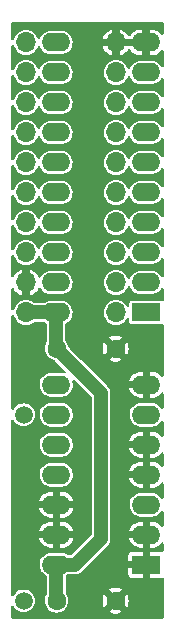
<source format=gbr>
%TF.GenerationSoftware,KiCad,Pcbnew,7.0.9*%
%TF.CreationDate,2024-01-21T19:13:07+01:00*%
%TF.ProjectId,rev-1-fix,7265762d-312d-4666-9978-2e6b69636164,rev?*%
%TF.SameCoordinates,Original*%
%TF.FileFunction,Copper,L2,Bot*%
%TF.FilePolarity,Positive*%
%FSLAX46Y46*%
G04 Gerber Fmt 4.6, Leading zero omitted, Abs format (unit mm)*
G04 Created by KiCad (PCBNEW 7.0.9) date 2024-01-21 19:13:07*
%MOMM*%
%LPD*%
G01*
G04 APERTURE LIST*
%TA.AperFunction,ComponentPad*%
%ADD10R,2.400000X1.600000*%
%TD*%
%TA.AperFunction,ComponentPad*%
%ADD11O,2.400000X1.600000*%
%TD*%
%TA.AperFunction,ComponentPad*%
%ADD12C,1.600000*%
%TD*%
%TA.AperFunction,ComponentPad*%
%ADD13C,1.500000*%
%TD*%
%TA.AperFunction,ComponentPad*%
%ADD14O,1.700000X1.700000*%
%TD*%
%TA.AperFunction,Conductor*%
%ADD15C,1.200000*%
%TD*%
G04 APERTURE END LIST*
D10*
%TO.P,U6,1*%
%TO.N,GND*%
X121935000Y-134385000D03*
D11*
%TO.P,U6,2*%
X121935000Y-131845000D03*
%TO.P,U6,3*%
%TO.N,unconnected-(U6-Pad3)*%
X121935000Y-129305000D03*
%TO.P,U6,4*%
%TO.N,GND*%
X121935000Y-126765000D03*
%TO.P,U6,5*%
X121935000Y-124225000D03*
%TO.P,U6,6*%
%TO.N,unconnected-(U6-Pad6)*%
X121935000Y-121685000D03*
%TO.P,U6,7,GND*%
%TO.N,GND*%
X121935000Y-119145000D03*
%TO.P,U6,8*%
%TO.N,Net-(U4-CE)*%
X114315000Y-119145000D03*
%TO.P,U6,9*%
%TO.N,Net-(TP1-Pad1)*%
X114315000Y-121685000D03*
%TO.P,U6,10*%
%TO.N,Net-(TP2-Pad1)*%
X114315000Y-124225000D03*
%TO.P,U6,11*%
%TO.N,unconnected-(U6-Pad11)*%
X114315000Y-126765000D03*
%TO.P,U6,12*%
%TO.N,GND*%
X114315000Y-129305000D03*
%TO.P,U6,13*%
X114315000Y-131845000D03*
%TO.P,U6,14,VCC*%
%TO.N,+5V*%
X114315000Y-134385000D03*
%TD*%
D10*
%TO.P,U4,1,A->B*%
%TO.N,Net-(J1-Pin_1)*%
X121920000Y-113030000D03*
D11*
%TO.P,U4,2,A0*%
%TO.N,Net-(J1-Pin_2)*%
X121920000Y-110490000D03*
%TO.P,U4,3,A1*%
%TO.N,Net-(J1-Pin_3)*%
X121920000Y-107950000D03*
%TO.P,U4,4,A2*%
%TO.N,Net-(J1-Pin_4)*%
X121920000Y-105410000D03*
%TO.P,U4,5,A3*%
%TO.N,Net-(J1-Pin_5)*%
X121920000Y-102870000D03*
%TO.P,U4,6,A4*%
%TO.N,Net-(J1-Pin_6)*%
X121920000Y-100330000D03*
%TO.P,U4,7,A5*%
%TO.N,Net-(J1-Pin_7)*%
X121920000Y-97790000D03*
%TO.P,U4,8,A6*%
%TO.N,Net-(J1-Pin_8)*%
X121920000Y-95250000D03*
%TO.P,U4,9,A7*%
%TO.N,Net-(J1-Pin_9)*%
X121920000Y-92710000D03*
%TO.P,U4,10,GND*%
%TO.N,GND*%
X121920000Y-90170000D03*
%TO.P,U4,11,B7*%
%TO.N,Net-(J2-Pin_1)*%
X114300000Y-90170000D03*
%TO.P,U4,12,B6*%
%TO.N,Net-(J2-Pin_2)*%
X114300000Y-92710000D03*
%TO.P,U4,13,B5*%
%TO.N,Net-(J2-Pin_3)*%
X114300000Y-95250000D03*
%TO.P,U4,14,B4*%
%TO.N,Net-(J2-Pin_4)*%
X114300000Y-97790000D03*
%TO.P,U4,15,B3*%
%TO.N,Net-(J2-Pin_5)*%
X114300000Y-100330000D03*
%TO.P,U4,16,B2*%
%TO.N,Net-(J2-Pin_6)*%
X114300000Y-102870000D03*
%TO.P,U4,17,B1*%
%TO.N,Net-(J2-Pin_7)*%
X114300000Y-105410000D03*
%TO.P,U4,18,B0*%
%TO.N,Net-(J2-Pin_8)*%
X114300000Y-107950000D03*
%TO.P,U4,19,CE*%
%TO.N,Net-(U4-CE)*%
X114300000Y-110490000D03*
%TO.P,U4,20,VCC*%
%TO.N,+5V*%
X114300000Y-113030000D03*
%TD*%
D12*
%TO.P,C64,1*%
%TO.N,+5V*%
X114340000Y-137440000D03*
%TO.P,C64,2*%
%TO.N,GND*%
X119340000Y-137440000D03*
%TD*%
D13*
%TO.P,TP1,1,1*%
%TO.N,Net-(TP1-Pad1)*%
X111560000Y-121680000D03*
%TD*%
%TO.P,TP2,1,1*%
%TO.N,Net-(TP2-Pad1)*%
X111560000Y-137440000D03*
%TD*%
D12*
%TO.P,C4,1*%
%TO.N,+5V*%
X114340000Y-116080000D03*
%TO.P,C4,2*%
%TO.N,GND*%
X119340000Y-116080000D03*
%TD*%
D14*
%TO.P,J1,1,Pin_1*%
%TO.N,Net-(J1-Pin_1)*%
X119380000Y-113030000D03*
%TO.P,J1,2,Pin_2*%
%TO.N,Net-(J1-Pin_2)*%
X119380000Y-110490000D03*
%TO.P,J1,3,Pin_3*%
%TO.N,Net-(J1-Pin_3)*%
X119380000Y-107950000D03*
%TO.P,J1,4,Pin_4*%
%TO.N,Net-(J1-Pin_4)*%
X119380000Y-105410000D03*
%TO.P,J1,5,Pin_5*%
%TO.N,Net-(J1-Pin_5)*%
X119380000Y-102870000D03*
%TO.P,J1,6,Pin_6*%
%TO.N,Net-(J1-Pin_6)*%
X119380000Y-100330000D03*
%TO.P,J1,7,Pin_7*%
%TO.N,Net-(J1-Pin_7)*%
X119380000Y-97790000D03*
%TO.P,J1,8,Pin_8*%
%TO.N,Net-(J1-Pin_8)*%
X119380000Y-95250000D03*
%TO.P,J1,9,Pin_9*%
%TO.N,Net-(J1-Pin_9)*%
X119380000Y-92710000D03*
%TO.P,J1,10,Pin_10*%
%TO.N,GND*%
X119380000Y-90170000D03*
%TD*%
%TO.P,J2,1,Pin_1*%
%TO.N,Net-(J2-Pin_1)*%
X111760000Y-90170000D03*
%TO.P,J2,2,Pin_2*%
%TO.N,Net-(J2-Pin_2)*%
X111760000Y-92710000D03*
%TO.P,J2,3,Pin_3*%
%TO.N,Net-(J2-Pin_3)*%
X111760000Y-95250000D03*
%TO.P,J2,4,Pin_4*%
%TO.N,Net-(J2-Pin_4)*%
X111760000Y-97790000D03*
%TO.P,J2,5,Pin_5*%
%TO.N,Net-(J2-Pin_5)*%
X111760000Y-100330000D03*
%TO.P,J2,6,Pin_6*%
%TO.N,Net-(J2-Pin_6)*%
X111760000Y-102870000D03*
%TO.P,J2,7,Pin_7*%
%TO.N,Net-(J2-Pin_7)*%
X111760000Y-105410000D03*
%TO.P,J2,8,Pin_8*%
%TO.N,Net-(J2-Pin_8)*%
X111760000Y-107950000D03*
%TO.P,J2,9,Pin_9*%
%TO.N,GND*%
X111760000Y-110490000D03*
%TO.P,J2,10,Pin_10*%
%TO.N,+5V*%
X111760000Y-113030000D03*
%TD*%
D15*
%TO.N,+5V*%
X114315000Y-137415000D02*
X114340000Y-137440000D01*
X118110000Y-119850000D02*
X118110000Y-132190000D01*
X118110000Y-132190000D02*
X115915000Y-134385000D01*
X111760000Y-113030000D02*
X114300000Y-113030000D01*
X114315000Y-134385000D02*
X114315000Y-137415000D01*
X114300000Y-116040000D02*
X114340000Y-116080000D01*
X115915000Y-134385000D02*
X114315000Y-134385000D01*
X114340000Y-116080000D02*
X118110000Y-119850000D01*
X114300000Y-113030000D02*
X114300000Y-116040000D01*
%TD*%
%TA.AperFunction,Conductor*%
%TO.N,GND*%
G36*
X123354039Y-88440185D02*
G01*
X123399794Y-88492989D01*
X123411000Y-88544500D01*
X123411000Y-89417822D01*
X123391315Y-89484861D01*
X123338511Y-89530616D01*
X123269353Y-89540560D01*
X123205797Y-89511535D01*
X123185993Y-89489750D01*
X123155106Y-89446376D01*
X123155104Y-89446374D01*
X123003067Y-89301407D01*
X122826342Y-89187833D01*
X122631314Y-89109755D01*
X122425038Y-89070000D01*
X122220000Y-89070000D01*
X122220000Y-89904314D01*
X122158045Y-89842359D01*
X122045148Y-89784835D01*
X121951481Y-89770000D01*
X121888519Y-89770000D01*
X121794852Y-89784835D01*
X121681955Y-89842359D01*
X121592359Y-89931955D01*
X121534835Y-90044852D01*
X121515014Y-90170000D01*
X121534835Y-90295148D01*
X121592359Y-90408045D01*
X121681955Y-90497641D01*
X121794852Y-90555165D01*
X121888519Y-90570000D01*
X121951481Y-90570000D01*
X122045148Y-90555165D01*
X122158045Y-90497641D01*
X122220000Y-90435686D01*
X122220000Y-91270000D01*
X122372398Y-91270000D01*
X122529122Y-91255034D01*
X122529126Y-91255033D01*
X122730686Y-91195850D01*
X122917414Y-91099586D01*
X123082537Y-90969731D01*
X123082540Y-90969728D01*
X123193287Y-90841920D01*
X123252065Y-90804146D01*
X123321935Y-90804146D01*
X123380713Y-90841920D01*
X123409738Y-90905476D01*
X123411000Y-90923123D01*
X123411000Y-92135554D01*
X123391315Y-92202593D01*
X123338511Y-92248348D01*
X123269353Y-92258292D01*
X123205797Y-92229267D01*
X123181768Y-92201145D01*
X123115254Y-92094432D01*
X123115250Y-92094427D01*
X122975061Y-91946949D01*
X122975060Y-91946948D01*
X122975059Y-91946947D01*
X122876587Y-91878409D01*
X122808050Y-91830705D01*
X122621056Y-91750459D01*
X122421741Y-91709500D01*
X121469258Y-91709500D01*
X121469257Y-91709500D01*
X121317560Y-91724925D01*
X121123420Y-91785837D01*
X121123405Y-91785844D01*
X120945500Y-91884589D01*
X120945495Y-91884592D01*
X120791106Y-92017132D01*
X120791104Y-92017134D01*
X120666554Y-92178037D01*
X120666553Y-92178040D01*
X120588817Y-92336516D01*
X120541620Y-92388035D01*
X120474062Y-92405860D01*
X120407592Y-92384330D01*
X120363314Y-92330282D01*
X120358828Y-92317902D01*
X120355232Y-92306046D01*
X120257685Y-92123550D01*
X120205702Y-92060209D01*
X120126410Y-91963589D01*
X119966452Y-91832317D01*
X119966453Y-91832317D01*
X119966450Y-91832315D01*
X119783954Y-91734768D01*
X119585934Y-91674700D01*
X119585932Y-91674699D01*
X119585934Y-91674699D01*
X119380000Y-91654417D01*
X119174067Y-91674699D01*
X118976043Y-91734769D01*
X118880503Y-91785837D01*
X118793550Y-91832315D01*
X118793548Y-91832316D01*
X118793547Y-91832317D01*
X118633589Y-91963589D01*
X118502317Y-92123547D01*
X118404769Y-92306043D01*
X118344699Y-92504067D01*
X118324417Y-92710000D01*
X118344699Y-92915932D01*
X118373950Y-93012360D01*
X118404768Y-93113954D01*
X118502315Y-93296450D01*
X118502317Y-93296452D01*
X118633589Y-93456410D01*
X118729849Y-93535407D01*
X118793550Y-93587685D01*
X118976046Y-93685232D01*
X119174066Y-93745300D01*
X119174065Y-93745300D01*
X119192529Y-93747118D01*
X119380000Y-93765583D01*
X119585934Y-93745300D01*
X119783954Y-93685232D01*
X119966450Y-93587685D01*
X120126410Y-93456410D01*
X120257685Y-93296450D01*
X120355232Y-93113954D01*
X120359690Y-93099256D01*
X120397986Y-93040818D01*
X120461798Y-93012360D01*
X120530865Y-93022919D01*
X120583259Y-93069142D01*
X120594632Y-93092184D01*
X120602695Y-93113956D01*
X120617114Y-93152887D01*
X120617115Y-93152888D01*
X120724745Y-93325567D01*
X120724749Y-93325572D01*
X120849120Y-93456410D01*
X120864941Y-93473053D01*
X120993344Y-93562424D01*
X121031949Y-93589294D01*
X121031950Y-93589294D01*
X121031951Y-93589295D01*
X121218942Y-93669540D01*
X121418259Y-93710500D01*
X122370743Y-93710500D01*
X122522439Y-93695074D01*
X122716579Y-93634162D01*
X122716580Y-93634161D01*
X122716588Y-93634159D01*
X122894502Y-93535409D01*
X123048895Y-93402866D01*
X123173448Y-93241958D01*
X123175673Y-93237421D01*
X123222869Y-93185904D01*
X123290427Y-93168079D01*
X123356896Y-93189609D01*
X123401175Y-93243657D01*
X123411000Y-93292032D01*
X123411000Y-94675554D01*
X123391315Y-94742593D01*
X123338511Y-94788348D01*
X123269353Y-94798292D01*
X123205797Y-94769267D01*
X123181768Y-94741145D01*
X123115254Y-94634432D01*
X123115250Y-94634427D01*
X122975061Y-94486949D01*
X122975060Y-94486948D01*
X122975059Y-94486947D01*
X122876587Y-94418409D01*
X122808050Y-94370705D01*
X122621056Y-94290459D01*
X122421741Y-94249500D01*
X121469258Y-94249500D01*
X121469257Y-94249500D01*
X121317560Y-94264925D01*
X121123420Y-94325837D01*
X121123405Y-94325844D01*
X120945500Y-94424589D01*
X120945495Y-94424592D01*
X120791106Y-94557132D01*
X120791104Y-94557134D01*
X120666554Y-94718037D01*
X120666553Y-94718040D01*
X120588817Y-94876516D01*
X120541620Y-94928035D01*
X120474062Y-94945860D01*
X120407592Y-94924330D01*
X120363314Y-94870282D01*
X120358828Y-94857902D01*
X120355232Y-94846046D01*
X120257685Y-94663550D01*
X120205702Y-94600209D01*
X120126410Y-94503589D01*
X119966452Y-94372317D01*
X119966453Y-94372317D01*
X119966450Y-94372315D01*
X119783954Y-94274768D01*
X119585934Y-94214700D01*
X119585932Y-94214699D01*
X119585934Y-94214699D01*
X119380000Y-94194417D01*
X119174067Y-94214699D01*
X118976043Y-94274769D01*
X118880503Y-94325837D01*
X118793550Y-94372315D01*
X118793548Y-94372316D01*
X118793547Y-94372317D01*
X118633589Y-94503589D01*
X118502317Y-94663547D01*
X118404769Y-94846043D01*
X118344699Y-95044067D01*
X118324417Y-95250000D01*
X118344699Y-95455932D01*
X118373950Y-95552360D01*
X118404768Y-95653954D01*
X118502315Y-95836450D01*
X118502317Y-95836452D01*
X118633589Y-95996410D01*
X118729849Y-96075407D01*
X118793550Y-96127685D01*
X118976046Y-96225232D01*
X119174066Y-96285300D01*
X119174065Y-96285300D01*
X119192529Y-96287118D01*
X119380000Y-96305583D01*
X119585934Y-96285300D01*
X119783954Y-96225232D01*
X119966450Y-96127685D01*
X120126410Y-95996410D01*
X120257685Y-95836450D01*
X120355232Y-95653954D01*
X120359690Y-95639256D01*
X120397986Y-95580818D01*
X120461798Y-95552360D01*
X120530865Y-95562919D01*
X120583259Y-95609142D01*
X120594632Y-95632184D01*
X120602695Y-95653956D01*
X120617114Y-95692887D01*
X120617115Y-95692888D01*
X120724745Y-95865567D01*
X120724749Y-95865572D01*
X120849120Y-95996410D01*
X120864941Y-96013053D01*
X120993344Y-96102424D01*
X121031949Y-96129294D01*
X121031950Y-96129294D01*
X121031951Y-96129295D01*
X121218942Y-96209540D01*
X121418259Y-96250500D01*
X122370743Y-96250500D01*
X122522439Y-96235074D01*
X122716579Y-96174162D01*
X122716580Y-96174161D01*
X122716588Y-96174159D01*
X122894502Y-96075409D01*
X123048895Y-95942866D01*
X123173448Y-95781958D01*
X123175673Y-95777421D01*
X123222869Y-95725904D01*
X123290427Y-95708079D01*
X123356896Y-95729609D01*
X123401175Y-95783657D01*
X123411000Y-95832032D01*
X123411000Y-97215554D01*
X123391315Y-97282593D01*
X123338511Y-97328348D01*
X123269353Y-97338292D01*
X123205797Y-97309267D01*
X123181768Y-97281145D01*
X123115254Y-97174432D01*
X123115250Y-97174427D01*
X122975061Y-97026949D01*
X122975060Y-97026948D01*
X122975059Y-97026947D01*
X122876587Y-96958409D01*
X122808050Y-96910705D01*
X122621056Y-96830459D01*
X122421741Y-96789500D01*
X121469258Y-96789500D01*
X121469257Y-96789500D01*
X121317560Y-96804925D01*
X121123420Y-96865837D01*
X121123405Y-96865844D01*
X120945500Y-96964589D01*
X120945495Y-96964592D01*
X120791106Y-97097132D01*
X120791104Y-97097134D01*
X120666554Y-97258037D01*
X120666553Y-97258040D01*
X120588817Y-97416516D01*
X120541620Y-97468035D01*
X120474062Y-97485860D01*
X120407592Y-97464330D01*
X120363314Y-97410282D01*
X120358828Y-97397902D01*
X120355232Y-97386046D01*
X120257685Y-97203550D01*
X120205702Y-97140209D01*
X120126410Y-97043589D01*
X119966452Y-96912317D01*
X119966453Y-96912317D01*
X119966450Y-96912315D01*
X119783954Y-96814768D01*
X119585934Y-96754700D01*
X119585932Y-96754699D01*
X119585934Y-96754699D01*
X119380000Y-96734417D01*
X119174067Y-96754699D01*
X118976043Y-96814769D01*
X118880503Y-96865837D01*
X118793550Y-96912315D01*
X118793548Y-96912316D01*
X118793547Y-96912317D01*
X118633589Y-97043589D01*
X118502317Y-97203547D01*
X118404769Y-97386043D01*
X118344699Y-97584067D01*
X118324417Y-97790000D01*
X118344699Y-97995932D01*
X118373950Y-98092360D01*
X118404768Y-98193954D01*
X118502315Y-98376450D01*
X118502317Y-98376452D01*
X118633589Y-98536410D01*
X118729849Y-98615407D01*
X118793550Y-98667685D01*
X118976046Y-98765232D01*
X119174066Y-98825300D01*
X119174065Y-98825300D01*
X119192529Y-98827118D01*
X119380000Y-98845583D01*
X119585934Y-98825300D01*
X119783954Y-98765232D01*
X119966450Y-98667685D01*
X120126410Y-98536410D01*
X120257685Y-98376450D01*
X120355232Y-98193954D01*
X120359690Y-98179256D01*
X120397986Y-98120818D01*
X120461798Y-98092360D01*
X120530865Y-98102919D01*
X120583259Y-98149142D01*
X120594632Y-98172184D01*
X120602695Y-98193956D01*
X120617114Y-98232887D01*
X120617115Y-98232888D01*
X120724745Y-98405567D01*
X120724749Y-98405572D01*
X120849120Y-98536410D01*
X120864941Y-98553053D01*
X120993344Y-98642424D01*
X121031949Y-98669294D01*
X121031950Y-98669294D01*
X121031951Y-98669295D01*
X121218942Y-98749540D01*
X121418259Y-98790500D01*
X122370743Y-98790500D01*
X122522439Y-98775074D01*
X122716579Y-98714162D01*
X122716580Y-98714161D01*
X122716588Y-98714159D01*
X122894502Y-98615409D01*
X123048895Y-98482866D01*
X123173448Y-98321958D01*
X123175673Y-98317421D01*
X123222869Y-98265904D01*
X123290427Y-98248079D01*
X123356896Y-98269609D01*
X123401175Y-98323657D01*
X123411000Y-98372032D01*
X123411000Y-99755554D01*
X123391315Y-99822593D01*
X123338511Y-99868348D01*
X123269353Y-99878292D01*
X123205797Y-99849267D01*
X123181768Y-99821145D01*
X123115254Y-99714432D01*
X123115250Y-99714427D01*
X122975061Y-99566949D01*
X122975060Y-99566948D01*
X122975059Y-99566947D01*
X122876587Y-99498409D01*
X122808050Y-99450705D01*
X122621056Y-99370459D01*
X122421741Y-99329500D01*
X121469258Y-99329500D01*
X121469257Y-99329500D01*
X121317560Y-99344925D01*
X121123420Y-99405837D01*
X121123405Y-99405844D01*
X120945500Y-99504589D01*
X120945495Y-99504592D01*
X120791106Y-99637132D01*
X120791104Y-99637134D01*
X120666554Y-99798037D01*
X120666553Y-99798040D01*
X120588817Y-99956516D01*
X120541620Y-100008035D01*
X120474062Y-100025860D01*
X120407592Y-100004330D01*
X120363314Y-99950282D01*
X120358828Y-99937902D01*
X120355232Y-99926046D01*
X120257685Y-99743550D01*
X120205702Y-99680209D01*
X120126410Y-99583589D01*
X119966452Y-99452317D01*
X119966453Y-99452317D01*
X119966450Y-99452315D01*
X119783954Y-99354768D01*
X119585934Y-99294700D01*
X119585932Y-99294699D01*
X119585934Y-99294699D01*
X119380000Y-99274417D01*
X119174067Y-99294699D01*
X118976043Y-99354769D01*
X118880503Y-99405837D01*
X118793550Y-99452315D01*
X118793548Y-99452316D01*
X118793547Y-99452317D01*
X118633589Y-99583589D01*
X118502317Y-99743547D01*
X118404769Y-99926043D01*
X118344699Y-100124067D01*
X118324417Y-100330000D01*
X118344699Y-100535932D01*
X118373950Y-100632360D01*
X118404768Y-100733954D01*
X118502315Y-100916450D01*
X118502317Y-100916452D01*
X118633589Y-101076410D01*
X118729849Y-101155407D01*
X118793550Y-101207685D01*
X118976046Y-101305232D01*
X119174066Y-101365300D01*
X119174065Y-101365300D01*
X119192529Y-101367118D01*
X119380000Y-101385583D01*
X119585934Y-101365300D01*
X119783954Y-101305232D01*
X119966450Y-101207685D01*
X120126410Y-101076410D01*
X120257685Y-100916450D01*
X120355232Y-100733954D01*
X120359690Y-100719256D01*
X120397986Y-100660818D01*
X120461798Y-100632360D01*
X120530865Y-100642919D01*
X120583259Y-100689142D01*
X120594632Y-100712184D01*
X120602695Y-100733956D01*
X120617114Y-100772887D01*
X120617115Y-100772888D01*
X120724745Y-100945567D01*
X120724749Y-100945572D01*
X120849120Y-101076410D01*
X120864941Y-101093053D01*
X120993344Y-101182424D01*
X121031949Y-101209294D01*
X121031950Y-101209294D01*
X121031951Y-101209295D01*
X121218942Y-101289540D01*
X121418259Y-101330500D01*
X122370743Y-101330500D01*
X122522439Y-101315074D01*
X122716579Y-101254162D01*
X122716580Y-101254161D01*
X122716588Y-101254159D01*
X122894502Y-101155409D01*
X123048895Y-101022866D01*
X123173448Y-100861958D01*
X123175673Y-100857421D01*
X123222869Y-100805904D01*
X123290427Y-100788079D01*
X123356896Y-100809609D01*
X123401175Y-100863657D01*
X123411000Y-100912032D01*
X123411000Y-102295554D01*
X123391315Y-102362593D01*
X123338511Y-102408348D01*
X123269353Y-102418292D01*
X123205797Y-102389267D01*
X123181768Y-102361145D01*
X123115254Y-102254432D01*
X123115250Y-102254427D01*
X122975061Y-102106949D01*
X122975060Y-102106948D01*
X122975059Y-102106947D01*
X122876587Y-102038409D01*
X122808050Y-101990705D01*
X122621056Y-101910459D01*
X122421741Y-101869500D01*
X121469258Y-101869500D01*
X121469257Y-101869500D01*
X121317560Y-101884925D01*
X121123420Y-101945837D01*
X121123405Y-101945844D01*
X120945500Y-102044589D01*
X120945495Y-102044592D01*
X120791106Y-102177132D01*
X120791104Y-102177134D01*
X120666554Y-102338037D01*
X120666553Y-102338040D01*
X120588817Y-102496516D01*
X120541620Y-102548035D01*
X120474062Y-102565860D01*
X120407592Y-102544330D01*
X120363314Y-102490282D01*
X120358828Y-102477902D01*
X120355232Y-102466046D01*
X120257685Y-102283550D01*
X120205702Y-102220209D01*
X120126410Y-102123589D01*
X119966452Y-101992317D01*
X119966453Y-101992317D01*
X119966450Y-101992315D01*
X119783954Y-101894768D01*
X119585934Y-101834700D01*
X119585932Y-101834699D01*
X119585934Y-101834699D01*
X119380000Y-101814417D01*
X119174067Y-101834699D01*
X118976043Y-101894769D01*
X118880503Y-101945837D01*
X118793550Y-101992315D01*
X118793548Y-101992316D01*
X118793547Y-101992317D01*
X118633589Y-102123589D01*
X118502317Y-102283547D01*
X118404769Y-102466043D01*
X118344699Y-102664067D01*
X118324417Y-102870000D01*
X118344699Y-103075932D01*
X118373950Y-103172360D01*
X118404768Y-103273954D01*
X118502315Y-103456450D01*
X118502317Y-103456452D01*
X118633589Y-103616410D01*
X118729849Y-103695407D01*
X118793550Y-103747685D01*
X118976046Y-103845232D01*
X119174066Y-103905300D01*
X119174065Y-103905300D01*
X119192529Y-103907118D01*
X119380000Y-103925583D01*
X119585934Y-103905300D01*
X119783954Y-103845232D01*
X119966450Y-103747685D01*
X120126410Y-103616410D01*
X120257685Y-103456450D01*
X120355232Y-103273954D01*
X120359690Y-103259256D01*
X120397986Y-103200818D01*
X120461798Y-103172360D01*
X120530865Y-103182919D01*
X120583259Y-103229142D01*
X120594632Y-103252184D01*
X120602695Y-103273956D01*
X120617114Y-103312887D01*
X120617115Y-103312888D01*
X120724745Y-103485567D01*
X120724749Y-103485572D01*
X120849120Y-103616410D01*
X120864941Y-103633053D01*
X120993344Y-103722424D01*
X121031949Y-103749294D01*
X121031950Y-103749294D01*
X121031951Y-103749295D01*
X121218942Y-103829540D01*
X121418259Y-103870500D01*
X122370743Y-103870500D01*
X122522439Y-103855074D01*
X122716579Y-103794162D01*
X122716580Y-103794161D01*
X122716588Y-103794159D01*
X122894502Y-103695409D01*
X123048895Y-103562866D01*
X123173448Y-103401958D01*
X123175673Y-103397421D01*
X123222869Y-103345904D01*
X123290427Y-103328079D01*
X123356896Y-103349609D01*
X123401175Y-103403657D01*
X123411000Y-103452032D01*
X123411000Y-104835554D01*
X123391315Y-104902593D01*
X123338511Y-104948348D01*
X123269353Y-104958292D01*
X123205797Y-104929267D01*
X123181768Y-104901145D01*
X123115254Y-104794432D01*
X123115250Y-104794427D01*
X122975061Y-104646949D01*
X122975060Y-104646948D01*
X122975059Y-104646947D01*
X122876587Y-104578409D01*
X122808050Y-104530705D01*
X122621056Y-104450459D01*
X122421741Y-104409500D01*
X121469258Y-104409500D01*
X121469257Y-104409500D01*
X121317560Y-104424925D01*
X121123420Y-104485837D01*
X121123405Y-104485844D01*
X120945500Y-104584589D01*
X120945495Y-104584592D01*
X120791106Y-104717132D01*
X120791104Y-104717134D01*
X120666554Y-104878037D01*
X120666553Y-104878040D01*
X120588817Y-105036516D01*
X120541620Y-105088035D01*
X120474062Y-105105860D01*
X120407592Y-105084330D01*
X120363314Y-105030282D01*
X120358828Y-105017902D01*
X120355232Y-105006046D01*
X120257685Y-104823550D01*
X120205702Y-104760209D01*
X120126410Y-104663589D01*
X119966452Y-104532317D01*
X119966453Y-104532317D01*
X119966450Y-104532315D01*
X119783954Y-104434768D01*
X119585934Y-104374700D01*
X119585932Y-104374699D01*
X119585934Y-104374699D01*
X119380000Y-104354417D01*
X119174067Y-104374699D01*
X118976043Y-104434769D01*
X118880503Y-104485837D01*
X118793550Y-104532315D01*
X118793548Y-104532316D01*
X118793547Y-104532317D01*
X118633589Y-104663589D01*
X118502317Y-104823547D01*
X118404769Y-105006043D01*
X118344699Y-105204067D01*
X118324417Y-105410000D01*
X118344699Y-105615932D01*
X118373950Y-105712360D01*
X118404768Y-105813954D01*
X118502315Y-105996450D01*
X118502317Y-105996452D01*
X118633589Y-106156410D01*
X118729849Y-106235407D01*
X118793550Y-106287685D01*
X118976046Y-106385232D01*
X119174066Y-106445300D01*
X119174065Y-106445300D01*
X119192529Y-106447118D01*
X119380000Y-106465583D01*
X119585934Y-106445300D01*
X119783954Y-106385232D01*
X119966450Y-106287685D01*
X120126410Y-106156410D01*
X120257685Y-105996450D01*
X120355232Y-105813954D01*
X120359690Y-105799256D01*
X120397986Y-105740818D01*
X120461798Y-105712360D01*
X120530865Y-105722919D01*
X120583259Y-105769142D01*
X120594632Y-105792184D01*
X120602695Y-105813956D01*
X120617114Y-105852887D01*
X120617115Y-105852888D01*
X120724745Y-106025567D01*
X120724749Y-106025572D01*
X120849120Y-106156410D01*
X120864941Y-106173053D01*
X120993344Y-106262424D01*
X121031949Y-106289294D01*
X121031950Y-106289294D01*
X121031951Y-106289295D01*
X121218942Y-106369540D01*
X121418259Y-106410500D01*
X122370743Y-106410500D01*
X122522439Y-106395074D01*
X122716579Y-106334162D01*
X122716580Y-106334161D01*
X122716588Y-106334159D01*
X122894502Y-106235409D01*
X123048895Y-106102866D01*
X123173448Y-105941958D01*
X123175673Y-105937421D01*
X123222869Y-105885904D01*
X123290427Y-105868079D01*
X123356896Y-105889609D01*
X123401175Y-105943657D01*
X123411000Y-105992032D01*
X123411000Y-107375554D01*
X123391315Y-107442593D01*
X123338511Y-107488348D01*
X123269353Y-107498292D01*
X123205797Y-107469267D01*
X123181768Y-107441145D01*
X123115254Y-107334432D01*
X123115250Y-107334427D01*
X122975061Y-107186949D01*
X122975060Y-107186948D01*
X122975059Y-107186947D01*
X122876587Y-107118409D01*
X122808050Y-107070705D01*
X122621056Y-106990459D01*
X122421741Y-106949500D01*
X121469258Y-106949500D01*
X121469257Y-106949500D01*
X121317560Y-106964925D01*
X121123420Y-107025837D01*
X121123405Y-107025844D01*
X120945500Y-107124589D01*
X120945495Y-107124592D01*
X120791106Y-107257132D01*
X120791104Y-107257134D01*
X120666554Y-107418037D01*
X120666553Y-107418040D01*
X120588817Y-107576516D01*
X120541620Y-107628035D01*
X120474062Y-107645860D01*
X120407592Y-107624330D01*
X120363314Y-107570282D01*
X120358828Y-107557902D01*
X120355232Y-107546046D01*
X120257685Y-107363550D01*
X120205702Y-107300209D01*
X120126410Y-107203589D01*
X119966452Y-107072317D01*
X119966453Y-107072317D01*
X119966450Y-107072315D01*
X119783954Y-106974768D01*
X119585934Y-106914700D01*
X119585932Y-106914699D01*
X119585934Y-106914699D01*
X119380000Y-106894417D01*
X119174067Y-106914699D01*
X118976043Y-106974769D01*
X118880503Y-107025837D01*
X118793550Y-107072315D01*
X118793548Y-107072316D01*
X118793547Y-107072317D01*
X118633589Y-107203589D01*
X118502317Y-107363547D01*
X118404769Y-107546043D01*
X118344699Y-107744067D01*
X118324417Y-107950000D01*
X118344699Y-108155932D01*
X118373950Y-108252360D01*
X118404768Y-108353954D01*
X118502315Y-108536450D01*
X118502317Y-108536452D01*
X118633589Y-108696410D01*
X118729849Y-108775407D01*
X118793550Y-108827685D01*
X118976046Y-108925232D01*
X119174066Y-108985300D01*
X119174065Y-108985300D01*
X119192529Y-108987118D01*
X119380000Y-109005583D01*
X119585934Y-108985300D01*
X119783954Y-108925232D01*
X119966450Y-108827685D01*
X120126410Y-108696410D01*
X120257685Y-108536450D01*
X120355232Y-108353954D01*
X120359690Y-108339256D01*
X120397986Y-108280818D01*
X120461798Y-108252360D01*
X120530865Y-108262919D01*
X120583259Y-108309142D01*
X120594632Y-108332184D01*
X120602695Y-108353956D01*
X120617114Y-108392887D01*
X120617115Y-108392888D01*
X120724745Y-108565567D01*
X120724749Y-108565572D01*
X120849120Y-108696410D01*
X120864941Y-108713053D01*
X120993344Y-108802424D01*
X121031949Y-108829294D01*
X121031950Y-108829294D01*
X121031951Y-108829295D01*
X121218942Y-108909540D01*
X121418259Y-108950500D01*
X122370743Y-108950500D01*
X122522439Y-108935074D01*
X122716579Y-108874162D01*
X122716580Y-108874161D01*
X122716588Y-108874159D01*
X122894502Y-108775409D01*
X123048895Y-108642866D01*
X123173448Y-108481958D01*
X123175673Y-108477421D01*
X123222869Y-108425904D01*
X123290427Y-108408079D01*
X123356896Y-108429609D01*
X123401175Y-108483657D01*
X123411000Y-108532032D01*
X123411000Y-109915554D01*
X123391315Y-109982593D01*
X123338511Y-110028348D01*
X123269353Y-110038292D01*
X123205797Y-110009267D01*
X123181768Y-109981145D01*
X123115254Y-109874432D01*
X123115250Y-109874427D01*
X122975061Y-109726949D01*
X122975060Y-109726948D01*
X122975059Y-109726947D01*
X122876587Y-109658409D01*
X122808050Y-109610705D01*
X122621056Y-109530459D01*
X122421741Y-109489500D01*
X121469258Y-109489500D01*
X121469257Y-109489500D01*
X121317560Y-109504925D01*
X121123420Y-109565837D01*
X121123405Y-109565844D01*
X120945500Y-109664589D01*
X120945495Y-109664592D01*
X120791106Y-109797132D01*
X120791104Y-109797134D01*
X120666554Y-109958037D01*
X120666553Y-109958040D01*
X120588817Y-110116516D01*
X120541620Y-110168035D01*
X120474062Y-110185860D01*
X120407592Y-110164330D01*
X120363314Y-110110282D01*
X120358828Y-110097902D01*
X120355232Y-110086046D01*
X120257685Y-109903550D01*
X120205702Y-109840209D01*
X120126410Y-109743589D01*
X119966452Y-109612317D01*
X119966453Y-109612317D01*
X119966450Y-109612315D01*
X119783954Y-109514768D01*
X119585934Y-109454700D01*
X119585932Y-109454699D01*
X119585934Y-109454699D01*
X119380000Y-109434417D01*
X119174067Y-109454699D01*
X118976043Y-109514769D01*
X118880503Y-109565837D01*
X118793550Y-109612315D01*
X118793548Y-109612316D01*
X118793547Y-109612317D01*
X118633589Y-109743589D01*
X118502317Y-109903547D01*
X118404769Y-110086043D01*
X118344699Y-110284067D01*
X118324417Y-110490000D01*
X118344699Y-110695932D01*
X118344700Y-110695934D01*
X118404768Y-110893954D01*
X118502315Y-111076450D01*
X118519995Y-111097993D01*
X118633589Y-111236410D01*
X118672169Y-111268071D01*
X118793550Y-111367685D01*
X118976046Y-111465232D01*
X119174066Y-111525300D01*
X119174065Y-111525300D01*
X119192529Y-111527118D01*
X119380000Y-111545583D01*
X119585934Y-111525300D01*
X119783954Y-111465232D01*
X119966450Y-111367685D01*
X120126410Y-111236410D01*
X120257685Y-111076450D01*
X120355232Y-110893954D01*
X120359690Y-110879256D01*
X120397986Y-110820818D01*
X120461798Y-110792360D01*
X120530865Y-110802919D01*
X120583259Y-110849142D01*
X120594632Y-110872184D01*
X120616222Y-110930480D01*
X120617114Y-110932887D01*
X120617115Y-110932888D01*
X120724745Y-111105567D01*
X120724749Y-111105572D01*
X120849120Y-111236410D01*
X120864941Y-111253053D01*
X120993344Y-111342424D01*
X121031949Y-111369294D01*
X121031950Y-111369294D01*
X121031951Y-111369295D01*
X121218942Y-111449540D01*
X121418259Y-111490500D01*
X122370743Y-111490500D01*
X122522439Y-111475074D01*
X122716579Y-111414162D01*
X122716580Y-111414161D01*
X122716588Y-111414159D01*
X122894502Y-111315409D01*
X123048895Y-111182866D01*
X123173448Y-111021958D01*
X123175673Y-111017421D01*
X123222869Y-110965904D01*
X123290427Y-110948079D01*
X123356896Y-110969609D01*
X123401175Y-111023657D01*
X123411000Y-111072032D01*
X123411000Y-111951312D01*
X123391315Y-112018351D01*
X123338511Y-112064106D01*
X123269353Y-112074050D01*
X123218111Y-112054415D01*
X123198233Y-112041133D01*
X123198229Y-112041131D01*
X123139752Y-112029500D01*
X123139748Y-112029500D01*
X120700252Y-112029500D01*
X120700247Y-112029500D01*
X120641770Y-112041131D01*
X120641769Y-112041132D01*
X120575447Y-112085447D01*
X120531132Y-112151769D01*
X120531131Y-112151770D01*
X120519500Y-112210247D01*
X120519500Y-112438335D01*
X120499815Y-112505374D01*
X120447011Y-112551129D01*
X120377853Y-112561073D01*
X120314297Y-112532048D01*
X120286142Y-112496789D01*
X120257685Y-112443550D01*
X120205702Y-112380209D01*
X120126410Y-112283589D01*
X119966452Y-112152317D01*
X119966453Y-112152317D01*
X119966450Y-112152315D01*
X119783954Y-112054768D01*
X119585934Y-111994700D01*
X119585932Y-111994699D01*
X119585934Y-111994699D01*
X119380000Y-111974417D01*
X119174067Y-111994699D01*
X118976043Y-112054769D01*
X118918650Y-112085447D01*
X118793550Y-112152315D01*
X118793548Y-112152316D01*
X118793547Y-112152317D01*
X118633589Y-112283589D01*
X118502317Y-112443547D01*
X118404769Y-112626043D01*
X118344699Y-112824067D01*
X118324417Y-113030000D01*
X118344699Y-113235932D01*
X118374734Y-113334944D01*
X118404768Y-113433954D01*
X118502315Y-113616450D01*
X118502317Y-113616452D01*
X118633589Y-113776410D01*
X118699499Y-113830500D01*
X118793550Y-113907685D01*
X118976046Y-114005232D01*
X119174066Y-114065300D01*
X119174065Y-114065300D01*
X119192529Y-114067118D01*
X119380000Y-114085583D01*
X119585934Y-114065300D01*
X119783954Y-114005232D01*
X119966450Y-113907685D01*
X120126410Y-113776410D01*
X120257685Y-113616450D01*
X120286143Y-113563208D01*
X120335105Y-113513366D01*
X120403242Y-113497906D01*
X120468922Y-113521738D01*
X120511291Y-113577296D01*
X120519500Y-113621664D01*
X120519500Y-113849752D01*
X120531131Y-113908229D01*
X120531132Y-113908230D01*
X120575447Y-113974552D01*
X120641769Y-114018867D01*
X120641770Y-114018868D01*
X120700247Y-114030499D01*
X120700250Y-114030500D01*
X120700252Y-114030500D01*
X123139750Y-114030500D01*
X123139751Y-114030499D01*
X123154568Y-114027552D01*
X123198229Y-114018868D01*
X123198229Y-114018867D01*
X123198231Y-114018867D01*
X123218109Y-114005585D01*
X123284786Y-113984707D01*
X123352166Y-114003191D01*
X123398857Y-114055170D01*
X123411000Y-114108687D01*
X123411000Y-118371758D01*
X123391315Y-118438797D01*
X123338511Y-118484552D01*
X123269353Y-118494496D01*
X123205797Y-118465471D01*
X123185993Y-118443686D01*
X123170106Y-118421376D01*
X123170104Y-118421374D01*
X123018067Y-118276407D01*
X122841342Y-118162833D01*
X122646314Y-118084755D01*
X122440038Y-118045000D01*
X122235000Y-118045000D01*
X122235000Y-118879314D01*
X122173045Y-118817359D01*
X122060148Y-118759835D01*
X121966481Y-118745000D01*
X121903519Y-118745000D01*
X121809852Y-118759835D01*
X121696955Y-118817359D01*
X121607359Y-118906955D01*
X121549835Y-119019852D01*
X121530014Y-119145000D01*
X121549835Y-119270148D01*
X121607359Y-119383045D01*
X121696955Y-119472641D01*
X121809852Y-119530165D01*
X121903519Y-119545000D01*
X121966481Y-119545000D01*
X122060148Y-119530165D01*
X122173045Y-119472641D01*
X122235000Y-119410686D01*
X122235000Y-120245000D01*
X122387398Y-120245000D01*
X122544122Y-120230034D01*
X122544126Y-120230033D01*
X122745686Y-120170850D01*
X122932414Y-120074586D01*
X123097537Y-119944731D01*
X123097540Y-119944728D01*
X123193287Y-119834231D01*
X123252065Y-119796457D01*
X123321935Y-119796457D01*
X123380713Y-119834231D01*
X123409738Y-119897787D01*
X123411000Y-119915434D01*
X123411000Y-121086488D01*
X123391315Y-121153527D01*
X123338511Y-121199282D01*
X123269353Y-121209226D01*
X123205797Y-121180201D01*
X123181768Y-121152079D01*
X123130254Y-121069432D01*
X123130250Y-121069427D01*
X122990061Y-120921949D01*
X122990060Y-120921948D01*
X122990059Y-120921947D01*
X122891587Y-120853409D01*
X122823050Y-120805705D01*
X122636056Y-120725459D01*
X122436741Y-120684500D01*
X121484258Y-120684500D01*
X121484257Y-120684500D01*
X121332560Y-120699925D01*
X121138420Y-120760837D01*
X121138405Y-120760844D01*
X120960500Y-120859589D01*
X120960495Y-120859592D01*
X120806106Y-120992132D01*
X120806104Y-120992134D01*
X120681554Y-121153037D01*
X120681553Y-121153040D01*
X120591940Y-121335728D01*
X120540937Y-121532714D01*
X120530631Y-121735936D01*
X120561442Y-121937063D01*
X120561445Y-121937075D01*
X120632111Y-122127881D01*
X120632113Y-122127884D01*
X120632114Y-122127887D01*
X120659294Y-122171493D01*
X120739745Y-122300567D01*
X120739747Y-122300569D01*
X120739748Y-122300571D01*
X120879941Y-122448053D01*
X121008344Y-122537424D01*
X121046949Y-122564294D01*
X121046950Y-122564294D01*
X121046951Y-122564295D01*
X121233942Y-122644540D01*
X121433259Y-122685500D01*
X122385743Y-122685500D01*
X122537439Y-122670074D01*
X122731579Y-122609162D01*
X122731580Y-122609161D01*
X122731588Y-122609159D01*
X122909502Y-122510409D01*
X123063895Y-122377866D01*
X123188448Y-122216958D01*
X123188448Y-122216957D01*
X123188944Y-122216317D01*
X123245545Y-122175353D01*
X123315308Y-122171493D01*
X123376084Y-122205962D01*
X123408575Y-122267817D01*
X123411000Y-122292218D01*
X123411000Y-123451758D01*
X123391315Y-123518797D01*
X123338511Y-123564552D01*
X123269353Y-123574496D01*
X123205797Y-123545471D01*
X123185993Y-123523686D01*
X123170106Y-123501376D01*
X123170104Y-123501374D01*
X123018067Y-123356407D01*
X122841342Y-123242833D01*
X122646314Y-123164755D01*
X122440038Y-123125000D01*
X122235000Y-123125000D01*
X122235000Y-123959314D01*
X122173045Y-123897359D01*
X122060148Y-123839835D01*
X121966481Y-123825000D01*
X121903519Y-123825000D01*
X121809852Y-123839835D01*
X121696955Y-123897359D01*
X121607359Y-123986955D01*
X121549835Y-124099852D01*
X121530014Y-124225000D01*
X121549835Y-124350148D01*
X121607359Y-124463045D01*
X121696955Y-124552641D01*
X121809852Y-124610165D01*
X121903519Y-124625000D01*
X121966481Y-124625000D01*
X122060148Y-124610165D01*
X122173045Y-124552641D01*
X122235000Y-124490686D01*
X122235000Y-125325000D01*
X122387398Y-125325000D01*
X122544122Y-125310034D01*
X122544126Y-125310033D01*
X122745686Y-125250850D01*
X122932414Y-125154586D01*
X123097537Y-125024731D01*
X123097540Y-125024728D01*
X123193287Y-124914231D01*
X123252065Y-124876457D01*
X123321935Y-124876457D01*
X123380713Y-124914231D01*
X123409738Y-124977787D01*
X123411000Y-124995434D01*
X123411000Y-125991758D01*
X123391315Y-126058797D01*
X123338511Y-126104552D01*
X123269353Y-126114496D01*
X123205797Y-126085471D01*
X123185993Y-126063686D01*
X123170106Y-126041376D01*
X123170104Y-126041374D01*
X123018067Y-125896407D01*
X122841342Y-125782833D01*
X122646314Y-125704755D01*
X122440038Y-125665000D01*
X122235000Y-125665000D01*
X122235000Y-126499314D01*
X122173045Y-126437359D01*
X122060148Y-126379835D01*
X121966481Y-126365000D01*
X121903519Y-126365000D01*
X121809852Y-126379835D01*
X121696955Y-126437359D01*
X121607359Y-126526955D01*
X121549835Y-126639852D01*
X121530014Y-126765000D01*
X121549835Y-126890148D01*
X121607359Y-127003045D01*
X121696955Y-127092641D01*
X121809852Y-127150165D01*
X121903519Y-127165000D01*
X121966481Y-127165000D01*
X122060148Y-127150165D01*
X122173045Y-127092641D01*
X122235000Y-127030686D01*
X122235000Y-127865000D01*
X122387398Y-127865000D01*
X122544122Y-127850034D01*
X122544126Y-127850033D01*
X122745686Y-127790850D01*
X122932414Y-127694586D01*
X123097537Y-127564731D01*
X123097540Y-127564728D01*
X123193287Y-127454231D01*
X123252065Y-127416457D01*
X123321935Y-127416457D01*
X123380713Y-127454231D01*
X123409738Y-127517787D01*
X123411000Y-127535434D01*
X123411000Y-128706488D01*
X123391315Y-128773527D01*
X123338511Y-128819282D01*
X123269353Y-128829226D01*
X123205797Y-128800201D01*
X123181768Y-128772079D01*
X123130254Y-128689432D01*
X123130250Y-128689427D01*
X122990061Y-128541949D01*
X122990060Y-128541948D01*
X122990059Y-128541947D01*
X122891587Y-128473409D01*
X122823050Y-128425705D01*
X122636056Y-128345459D01*
X122436741Y-128304500D01*
X121484258Y-128304500D01*
X121484257Y-128304500D01*
X121332560Y-128319925D01*
X121138420Y-128380837D01*
X121138405Y-128380844D01*
X120960500Y-128479589D01*
X120960495Y-128479592D01*
X120806106Y-128612132D01*
X120806104Y-128612134D01*
X120681554Y-128773037D01*
X120681553Y-128773040D01*
X120591940Y-128955728D01*
X120540937Y-129152714D01*
X120530631Y-129355936D01*
X120561442Y-129557063D01*
X120561445Y-129557075D01*
X120632111Y-129747881D01*
X120632113Y-129747884D01*
X120632114Y-129747887D01*
X120642182Y-129764039D01*
X120739745Y-129920567D01*
X120739747Y-129920569D01*
X120739748Y-129920571D01*
X120879941Y-130068053D01*
X121008344Y-130157424D01*
X121046949Y-130184294D01*
X121046950Y-130184294D01*
X121046951Y-130184295D01*
X121233942Y-130264540D01*
X121433259Y-130305500D01*
X122385743Y-130305500D01*
X122537439Y-130290074D01*
X122731579Y-130229162D01*
X122731580Y-130229161D01*
X122731588Y-130229159D01*
X122909502Y-130130409D01*
X123063895Y-129997866D01*
X123188448Y-129836958D01*
X123188448Y-129836957D01*
X123188944Y-129836317D01*
X123245545Y-129795353D01*
X123315308Y-129791493D01*
X123376084Y-129825962D01*
X123408575Y-129887817D01*
X123411000Y-129912218D01*
X123411000Y-131071758D01*
X123391315Y-131138797D01*
X123338511Y-131184552D01*
X123269353Y-131194496D01*
X123205797Y-131165471D01*
X123185993Y-131143686D01*
X123170106Y-131121376D01*
X123170104Y-131121374D01*
X123018067Y-130976407D01*
X122841342Y-130862833D01*
X122646314Y-130784755D01*
X122440038Y-130745000D01*
X122235000Y-130745000D01*
X122235000Y-131579314D01*
X122173045Y-131517359D01*
X122060148Y-131459835D01*
X121966481Y-131445000D01*
X121903519Y-131445000D01*
X121809852Y-131459835D01*
X121696955Y-131517359D01*
X121607359Y-131606955D01*
X121549835Y-131719852D01*
X121530014Y-131845000D01*
X121549835Y-131970148D01*
X121607359Y-132083045D01*
X121696955Y-132172641D01*
X121809852Y-132230165D01*
X121903519Y-132245000D01*
X121966481Y-132245000D01*
X122060148Y-132230165D01*
X122173045Y-132172641D01*
X122235000Y-132110686D01*
X122235000Y-132945000D01*
X122387398Y-132945000D01*
X122544122Y-132930034D01*
X122544126Y-132930033D01*
X122745686Y-132870850D01*
X122932414Y-132774586D01*
X123097537Y-132644731D01*
X123097540Y-132644728D01*
X123193287Y-132534231D01*
X123252065Y-132496457D01*
X123321935Y-132496457D01*
X123380713Y-132534231D01*
X123409738Y-132597787D01*
X123411000Y-132615434D01*
X123411000Y-133188621D01*
X123391315Y-133255660D01*
X123338511Y-133301415D01*
X123269353Y-133311359D01*
X123236916Y-133302056D01*
X123204880Y-133287911D01*
X123204875Y-133287910D01*
X123179794Y-133285000D01*
X122235000Y-133285000D01*
X122235000Y-134119314D01*
X122173045Y-134057359D01*
X122060148Y-133999835D01*
X121966481Y-133985000D01*
X121903519Y-133985000D01*
X121809852Y-133999835D01*
X121696955Y-134057359D01*
X121607359Y-134146955D01*
X121549835Y-134259852D01*
X121530014Y-134385000D01*
X121549835Y-134510148D01*
X121607359Y-134623045D01*
X121696955Y-134712641D01*
X121809852Y-134770165D01*
X121903519Y-134785000D01*
X121966481Y-134785000D01*
X122060148Y-134770165D01*
X122173045Y-134712641D01*
X122235000Y-134650686D01*
X122235000Y-135484999D01*
X123179786Y-135484999D01*
X123179808Y-135484997D01*
X123204869Y-135482091D01*
X123204872Y-135482090D01*
X123236913Y-135467943D01*
X123306191Y-135458871D01*
X123369377Y-135488694D01*
X123406408Y-135547943D01*
X123411000Y-135581377D01*
X123411000Y-138825500D01*
X123391315Y-138892539D01*
X123338511Y-138938294D01*
X123287000Y-138949500D01*
X110633000Y-138949500D01*
X110565961Y-138929815D01*
X110520206Y-138877011D01*
X110509000Y-138825500D01*
X110509000Y-137985101D01*
X110528685Y-137918062D01*
X110581489Y-137872307D01*
X110650647Y-137862363D01*
X110714203Y-137891388D01*
X110742359Y-137926649D01*
X110765865Y-137970626D01*
X110884642Y-138115357D01*
X111029373Y-138234135D01*
X111029376Y-138234137D01*
X111194497Y-138322395D01*
X111194499Y-138322396D01*
X111347508Y-138368811D01*
X111373666Y-138376746D01*
X111373668Y-138376747D01*
X111390374Y-138378392D01*
X111560000Y-138395099D01*
X111746331Y-138376747D01*
X111925501Y-138322396D01*
X112090625Y-138234136D01*
X112235357Y-138115357D01*
X112354136Y-137970625D01*
X112442396Y-137805501D01*
X112496747Y-137626331D01*
X112515099Y-137440000D01*
X112496747Y-137253669D01*
X112442396Y-137074499D01*
X112432116Y-137055266D01*
X112354137Y-136909376D01*
X112354135Y-136909373D01*
X112235357Y-136764642D01*
X112090626Y-136645864D01*
X112090623Y-136645862D01*
X111925502Y-136557604D01*
X111746333Y-136503253D01*
X111746331Y-136503252D01*
X111560000Y-136484901D01*
X111373668Y-136503252D01*
X111373666Y-136503253D01*
X111194497Y-136557604D01*
X111029376Y-136645862D01*
X111029373Y-136645864D01*
X110884642Y-136764642D01*
X110765864Y-136909373D01*
X110765862Y-136909376D01*
X110742358Y-136953351D01*
X110693396Y-137003195D01*
X110625258Y-137018656D01*
X110559579Y-136994824D01*
X110517210Y-136939267D01*
X110509000Y-136894898D01*
X110509000Y-132145000D01*
X112855872Y-132145000D01*
X112870770Y-132206409D01*
X112958040Y-132397507D01*
X113079889Y-132568619D01*
X113079895Y-132568625D01*
X113231932Y-132713592D01*
X113408657Y-132827166D01*
X113603685Y-132905244D01*
X113809962Y-132945000D01*
X114015000Y-132945000D01*
X114015000Y-132145000D01*
X112855872Y-132145000D01*
X110509000Y-132145000D01*
X110509000Y-131845000D01*
X113910014Y-131845000D01*
X113929835Y-131970148D01*
X113987359Y-132083045D01*
X114076955Y-132172641D01*
X114189852Y-132230165D01*
X114283519Y-132245000D01*
X114346481Y-132245000D01*
X114440148Y-132230165D01*
X114553045Y-132172641D01*
X114580686Y-132145000D01*
X114615000Y-132145000D01*
X114615000Y-132945000D01*
X114767398Y-132945000D01*
X114924122Y-132930034D01*
X114924126Y-132930033D01*
X115125686Y-132870850D01*
X115312414Y-132774586D01*
X115477537Y-132644731D01*
X115477540Y-132644728D01*
X115615105Y-132485969D01*
X115615114Y-132485958D01*
X115720144Y-132304039D01*
X115720149Y-132304029D01*
X115775190Y-132145000D01*
X114615000Y-132145000D01*
X114580686Y-132145000D01*
X114642641Y-132083045D01*
X114700165Y-131970148D01*
X114719986Y-131845000D01*
X114700165Y-131719852D01*
X114642641Y-131606955D01*
X114553045Y-131517359D01*
X114440148Y-131459835D01*
X114346481Y-131445000D01*
X114283519Y-131445000D01*
X114189852Y-131459835D01*
X114076955Y-131517359D01*
X113987359Y-131606955D01*
X113929835Y-131719852D01*
X113910014Y-131845000D01*
X110509000Y-131845000D01*
X110509000Y-131545000D01*
X112854810Y-131545000D01*
X114015000Y-131545000D01*
X114015000Y-130745000D01*
X114615000Y-130745000D01*
X114615000Y-131545000D01*
X115774128Y-131545000D01*
X115774127Y-131544999D01*
X115759229Y-131483590D01*
X115671959Y-131292492D01*
X115550110Y-131121380D01*
X115550104Y-131121374D01*
X115398067Y-130976407D01*
X115221342Y-130862833D01*
X115026314Y-130784755D01*
X114820038Y-130745000D01*
X114615000Y-130745000D01*
X114015000Y-130745000D01*
X113862602Y-130745000D01*
X113705877Y-130759965D01*
X113705873Y-130759966D01*
X113504313Y-130819149D01*
X113317585Y-130915413D01*
X113152462Y-131045268D01*
X113152459Y-131045271D01*
X113014894Y-131204030D01*
X113014885Y-131204041D01*
X112909855Y-131385960D01*
X112909850Y-131385970D01*
X112854810Y-131545000D01*
X110509000Y-131545000D01*
X110509000Y-129605000D01*
X112855872Y-129605000D01*
X112870770Y-129666409D01*
X112958040Y-129857507D01*
X113079889Y-130028619D01*
X113079895Y-130028625D01*
X113231932Y-130173592D01*
X113408657Y-130287166D01*
X113603685Y-130365244D01*
X113809962Y-130405000D01*
X114015000Y-130405000D01*
X114015000Y-129605000D01*
X112855872Y-129605000D01*
X110509000Y-129605000D01*
X110509000Y-129305000D01*
X113910014Y-129305000D01*
X113929835Y-129430148D01*
X113987359Y-129543045D01*
X114076955Y-129632641D01*
X114189852Y-129690165D01*
X114283519Y-129705000D01*
X114346481Y-129705000D01*
X114440148Y-129690165D01*
X114553045Y-129632641D01*
X114580686Y-129605000D01*
X114615000Y-129605000D01*
X114615000Y-130405000D01*
X114767398Y-130405000D01*
X114924122Y-130390034D01*
X114924126Y-130390033D01*
X115125686Y-130330850D01*
X115312414Y-130234586D01*
X115477537Y-130104731D01*
X115477540Y-130104728D01*
X115615105Y-129945969D01*
X115615114Y-129945958D01*
X115720144Y-129764039D01*
X115720149Y-129764029D01*
X115775190Y-129605000D01*
X114615000Y-129605000D01*
X114580686Y-129605000D01*
X114642641Y-129543045D01*
X114700165Y-129430148D01*
X114719986Y-129305000D01*
X114700165Y-129179852D01*
X114642641Y-129066955D01*
X114553045Y-128977359D01*
X114440148Y-128919835D01*
X114346481Y-128905000D01*
X114283519Y-128905000D01*
X114189852Y-128919835D01*
X114076955Y-128977359D01*
X113987359Y-129066955D01*
X113929835Y-129179852D01*
X113910014Y-129305000D01*
X110509000Y-129305000D01*
X110509000Y-129005000D01*
X112854810Y-129005000D01*
X114015000Y-129005000D01*
X114015000Y-128205000D01*
X114615000Y-128205000D01*
X114615000Y-129005000D01*
X115774128Y-129005000D01*
X115774127Y-129004999D01*
X115759229Y-128943590D01*
X115671959Y-128752492D01*
X115550110Y-128581380D01*
X115550104Y-128581374D01*
X115398067Y-128436407D01*
X115221342Y-128322833D01*
X115026314Y-128244755D01*
X114820038Y-128205000D01*
X114615000Y-128205000D01*
X114015000Y-128205000D01*
X113862602Y-128205000D01*
X113705877Y-128219965D01*
X113705873Y-128219966D01*
X113504313Y-128279149D01*
X113317585Y-128375413D01*
X113152462Y-128505268D01*
X113152459Y-128505271D01*
X113014894Y-128664030D01*
X113014885Y-128664041D01*
X112909855Y-128845960D01*
X112909850Y-128845970D01*
X112854810Y-129005000D01*
X110509000Y-129005000D01*
X110509000Y-126815936D01*
X112910631Y-126815936D01*
X112941442Y-127017063D01*
X112941445Y-127017075D01*
X113012111Y-127207881D01*
X113012115Y-127207888D01*
X113119745Y-127380567D01*
X113119749Y-127380572D01*
X113189767Y-127454231D01*
X113259941Y-127528053D01*
X113388344Y-127617424D01*
X113426949Y-127644294D01*
X113426950Y-127644294D01*
X113426951Y-127644295D01*
X113613942Y-127724540D01*
X113813259Y-127765500D01*
X114765743Y-127765500D01*
X114917439Y-127750074D01*
X115111579Y-127689162D01*
X115111580Y-127689161D01*
X115111588Y-127689159D01*
X115289502Y-127590409D01*
X115443895Y-127457866D01*
X115568448Y-127296958D01*
X115658060Y-127114271D01*
X115709063Y-126917285D01*
X115719369Y-126714064D01*
X115688556Y-126512929D01*
X115639264Y-126379835D01*
X115617888Y-126322118D01*
X115617887Y-126322117D01*
X115617886Y-126322113D01*
X115510252Y-126149429D01*
X115370059Y-126001947D01*
X115271587Y-125933409D01*
X115203050Y-125885705D01*
X115016056Y-125805459D01*
X114816741Y-125764500D01*
X113864258Y-125764500D01*
X113864257Y-125764500D01*
X113712560Y-125779925D01*
X113518420Y-125840837D01*
X113518405Y-125840844D01*
X113340500Y-125939589D01*
X113340495Y-125939592D01*
X113186106Y-126072132D01*
X113186104Y-126072134D01*
X113061554Y-126233037D01*
X113061553Y-126233040D01*
X112971940Y-126415728D01*
X112920937Y-126612714D01*
X112910631Y-126815936D01*
X110509000Y-126815936D01*
X110509000Y-124275936D01*
X112910631Y-124275936D01*
X112941442Y-124477063D01*
X112941445Y-124477075D01*
X113012111Y-124667881D01*
X113012115Y-124667888D01*
X113119745Y-124840567D01*
X113119749Y-124840572D01*
X113189767Y-124914231D01*
X113259941Y-124988053D01*
X113388344Y-125077424D01*
X113426949Y-125104294D01*
X113426950Y-125104294D01*
X113426951Y-125104295D01*
X113613942Y-125184540D01*
X113813259Y-125225500D01*
X114765743Y-125225500D01*
X114917439Y-125210074D01*
X115111579Y-125149162D01*
X115111580Y-125149161D01*
X115111588Y-125149159D01*
X115289502Y-125050409D01*
X115443895Y-124917866D01*
X115568448Y-124756958D01*
X115658060Y-124574271D01*
X115709063Y-124377285D01*
X115719369Y-124174064D01*
X115688556Y-123972929D01*
X115639264Y-123839835D01*
X115617888Y-123782118D01*
X115617887Y-123782117D01*
X115617886Y-123782113D01*
X115510252Y-123609429D01*
X115370059Y-123461947D01*
X115271587Y-123393409D01*
X115203050Y-123345705D01*
X115016056Y-123265459D01*
X114816741Y-123224500D01*
X113864258Y-123224500D01*
X113864257Y-123224500D01*
X113712560Y-123239925D01*
X113518420Y-123300837D01*
X113518405Y-123300844D01*
X113340500Y-123399589D01*
X113340495Y-123399592D01*
X113186106Y-123532132D01*
X113186104Y-123532134D01*
X113061554Y-123693037D01*
X113061553Y-123693040D01*
X112971940Y-123875728D01*
X112920937Y-124072714D01*
X112910631Y-124275936D01*
X110509000Y-124275936D01*
X110509000Y-122225101D01*
X110528685Y-122158062D01*
X110581489Y-122112307D01*
X110650647Y-122102363D01*
X110714203Y-122131388D01*
X110742357Y-122166647D01*
X110765864Y-122210625D01*
X110771062Y-122216959D01*
X110884642Y-122355357D01*
X111029373Y-122474135D01*
X111029376Y-122474137D01*
X111097237Y-122510409D01*
X111194499Y-122562396D01*
X111348642Y-122609155D01*
X111373666Y-122616746D01*
X111373668Y-122616747D01*
X111390374Y-122618392D01*
X111560000Y-122635099D01*
X111746331Y-122616747D01*
X111925501Y-122562396D01*
X112090625Y-122474136D01*
X112235357Y-122355357D01*
X112354136Y-122210625D01*
X112442396Y-122045501D01*
X112496747Y-121866331D01*
X112509590Y-121735936D01*
X112910631Y-121735936D01*
X112941442Y-121937063D01*
X112941445Y-121937075D01*
X113012111Y-122127881D01*
X113012113Y-122127884D01*
X113012114Y-122127887D01*
X113039294Y-122171493D01*
X113119745Y-122300567D01*
X113119747Y-122300569D01*
X113119748Y-122300571D01*
X113259941Y-122448053D01*
X113388344Y-122537424D01*
X113426949Y-122564294D01*
X113426950Y-122564294D01*
X113426951Y-122564295D01*
X113613942Y-122644540D01*
X113813259Y-122685500D01*
X114765743Y-122685500D01*
X114917439Y-122670074D01*
X115111579Y-122609162D01*
X115111580Y-122609161D01*
X115111588Y-122609159D01*
X115289502Y-122510409D01*
X115443895Y-122377866D01*
X115568448Y-122216958D01*
X115658060Y-122034271D01*
X115709063Y-121837285D01*
X115719369Y-121634064D01*
X115688556Y-121432929D01*
X115617886Y-121242113D01*
X115510252Y-121069429D01*
X115370059Y-120921947D01*
X115271587Y-120853409D01*
X115203050Y-120805705D01*
X115016056Y-120725459D01*
X114816741Y-120684500D01*
X113864258Y-120684500D01*
X113864257Y-120684500D01*
X113712560Y-120699925D01*
X113518420Y-120760837D01*
X113518405Y-120760844D01*
X113340500Y-120859589D01*
X113340495Y-120859592D01*
X113186106Y-120992132D01*
X113186104Y-120992134D01*
X113061554Y-121153037D01*
X113061553Y-121153040D01*
X112971940Y-121335728D01*
X112920937Y-121532714D01*
X112910631Y-121735936D01*
X112509590Y-121735936D01*
X112515099Y-121680000D01*
X112496747Y-121493669D01*
X112442396Y-121314499D01*
X112412548Y-121258656D01*
X112354137Y-121149376D01*
X112354135Y-121149373D01*
X112235357Y-121004642D01*
X112090626Y-120885864D01*
X112090623Y-120885862D01*
X111925502Y-120797604D01*
X111746333Y-120743253D01*
X111746331Y-120743252D01*
X111560000Y-120724901D01*
X111373668Y-120743252D01*
X111373666Y-120743253D01*
X111194497Y-120797604D01*
X111029376Y-120885862D01*
X111029373Y-120885864D01*
X110884642Y-121004642D01*
X110765864Y-121149373D01*
X110765862Y-121149376D01*
X110742358Y-121193351D01*
X110693396Y-121243195D01*
X110625258Y-121258656D01*
X110559579Y-121234824D01*
X110517210Y-121179267D01*
X110509000Y-121134898D01*
X110509000Y-113360807D01*
X110528685Y-113293768D01*
X110581489Y-113248013D01*
X110650647Y-113238069D01*
X110714203Y-113267094D01*
X110751660Y-113324810D01*
X110784768Y-113433954D01*
X110882315Y-113616450D01*
X110882317Y-113616452D01*
X111013589Y-113776410D01*
X111079499Y-113830500D01*
X111173550Y-113907685D01*
X111356046Y-114005232D01*
X111554066Y-114065300D01*
X111554065Y-114065300D01*
X111572529Y-114067118D01*
X111760000Y-114085583D01*
X111965934Y-114065300D01*
X112163954Y-114005232D01*
X112346450Y-113907685D01*
X112406205Y-113858646D01*
X112470515Y-113831334D01*
X112484869Y-113830500D01*
X113259838Y-113830500D01*
X113326877Y-113850185D01*
X113330663Y-113852717D01*
X113334531Y-113855409D01*
X113411952Y-113909296D01*
X113424399Y-113914637D01*
X113478243Y-113959163D01*
X113499467Y-114025731D01*
X113499500Y-114028588D01*
X113499500Y-115498989D01*
X113484858Y-115557442D01*
X113411188Y-115695267D01*
X113353975Y-115883870D01*
X113334659Y-116080000D01*
X113353975Y-116276129D01*
X113411188Y-116464733D01*
X113504086Y-116638532D01*
X113504090Y-116638539D01*
X113629116Y-116790883D01*
X113781460Y-116915909D01*
X113781467Y-116915913D01*
X113955266Y-117008811D01*
X113955269Y-117008811D01*
X113955273Y-117008814D01*
X114143868Y-117066024D01*
X114155261Y-117067146D01*
X114220048Y-117093305D01*
X114230790Y-117102868D01*
X115097912Y-117969990D01*
X115131397Y-118031313D01*
X115126413Y-118101005D01*
X115084541Y-118156938D01*
X115019077Y-118181355D01*
X114985270Y-118179133D01*
X114816742Y-118144500D01*
X114816741Y-118144500D01*
X113864258Y-118144500D01*
X113864257Y-118144500D01*
X113712560Y-118159925D01*
X113518420Y-118220837D01*
X113518405Y-118220844D01*
X113340500Y-118319589D01*
X113340495Y-118319592D01*
X113186106Y-118452132D01*
X113186104Y-118452134D01*
X113061554Y-118613037D01*
X113061553Y-118613040D01*
X112971940Y-118795728D01*
X112920937Y-118992714D01*
X112910631Y-119195936D01*
X112941442Y-119397063D01*
X112941445Y-119397075D01*
X113012111Y-119587881D01*
X113012115Y-119587888D01*
X113119745Y-119760567D01*
X113119749Y-119760572D01*
X113189767Y-119834231D01*
X113259941Y-119908053D01*
X113388344Y-119997424D01*
X113426949Y-120024294D01*
X113426950Y-120024294D01*
X113426951Y-120024295D01*
X113613942Y-120104540D01*
X113813259Y-120145500D01*
X114765743Y-120145500D01*
X114917439Y-120130074D01*
X115111579Y-120069162D01*
X115111580Y-120069161D01*
X115111588Y-120069159D01*
X115289502Y-119970409D01*
X115443895Y-119837866D01*
X115568448Y-119676958D01*
X115658060Y-119494271D01*
X115709063Y-119297285D01*
X115719369Y-119094064D01*
X115688556Y-118892929D01*
X115688553Y-118892921D01*
X115686980Y-118886845D01*
X115689253Y-118886256D01*
X115685144Y-118827089D01*
X115718755Y-118765835D01*
X115780147Y-118732476D01*
X115849828Y-118737604D01*
X115893937Y-118766015D01*
X117273181Y-120145259D01*
X117306666Y-120206582D01*
X117309500Y-120232940D01*
X117309500Y-131807060D01*
X117289815Y-131874099D01*
X117273181Y-131894741D01*
X115619741Y-133548181D01*
X115558418Y-133581666D01*
X115532060Y-133584500D01*
X115355162Y-133584500D01*
X115288123Y-133564815D01*
X115284325Y-133562275D01*
X115280470Y-133559592D01*
X115216582Y-133515124D01*
X115203050Y-133505705D01*
X115016056Y-133425459D01*
X114816741Y-133384500D01*
X113864258Y-133384500D01*
X113864257Y-133384500D01*
X113712560Y-133399925D01*
X113518420Y-133460837D01*
X113518405Y-133460844D01*
X113340500Y-133559589D01*
X113340495Y-133559592D01*
X113186106Y-133692132D01*
X113186104Y-133692134D01*
X113061554Y-133853037D01*
X113061553Y-133853040D01*
X112971940Y-134035728D01*
X112920937Y-134232714D01*
X112910631Y-134435936D01*
X112941442Y-134637063D01*
X112941445Y-134637075D01*
X113012111Y-134827881D01*
X113012113Y-134827884D01*
X113012114Y-134827887D01*
X113058005Y-134901513D01*
X113119745Y-135000567D01*
X113119749Y-135000572D01*
X113240157Y-135127241D01*
X113259941Y-135148053D01*
X113349531Y-135210409D01*
X113426952Y-135264296D01*
X113439399Y-135269637D01*
X113493243Y-135314163D01*
X113514467Y-135380731D01*
X113514500Y-135383588D01*
X113514500Y-136830925D01*
X113499858Y-136889378D01*
X113411188Y-137055267D01*
X113411186Y-137055272D01*
X113411186Y-137055273D01*
X113405354Y-137074499D01*
X113353975Y-137243870D01*
X113334659Y-137440000D01*
X113353975Y-137636129D01*
X113411188Y-137824733D01*
X113504086Y-137998532D01*
X113504090Y-137998539D01*
X113629116Y-138150883D01*
X113781460Y-138275909D01*
X113781467Y-138275913D01*
X113955266Y-138368811D01*
X113955269Y-138368811D01*
X113955273Y-138368814D01*
X114143868Y-138426024D01*
X114340000Y-138445341D01*
X114536132Y-138426024D01*
X114617702Y-138401280D01*
X118802981Y-138401280D01*
X118802982Y-138401281D01*
X118847581Y-138428895D01*
X118847588Y-138428899D01*
X119037678Y-138502539D01*
X119238072Y-138540000D01*
X119441928Y-138540000D01*
X119642322Y-138502539D01*
X119832412Y-138428899D01*
X119832422Y-138428894D01*
X119877016Y-138401282D01*
X119877017Y-138401280D01*
X119340001Y-137864264D01*
X119340000Y-137864264D01*
X118802981Y-138401280D01*
X114617702Y-138401280D01*
X114724727Y-138368814D01*
X114898538Y-138275910D01*
X115050883Y-138150883D01*
X115175910Y-137998538D01*
X115248697Y-137862363D01*
X115268811Y-137824733D01*
X115268811Y-137824732D01*
X115268814Y-137824727D01*
X115326024Y-137636132D01*
X115345341Y-137440000D01*
X118235287Y-137440000D01*
X118254096Y-137642989D01*
X118254097Y-137642992D01*
X118309881Y-137839056D01*
X118309889Y-137839076D01*
X118378623Y-137977112D01*
X118915736Y-137440000D01*
X118935014Y-137440000D01*
X118954835Y-137565148D01*
X119012359Y-137678045D01*
X119101955Y-137767641D01*
X119214852Y-137825165D01*
X119308519Y-137840000D01*
X119371481Y-137840000D01*
X119465148Y-137825165D01*
X119578045Y-137767641D01*
X119667641Y-137678045D01*
X119725165Y-137565148D01*
X119744986Y-137440000D01*
X119764264Y-137440000D01*
X120301376Y-137977112D01*
X120370109Y-137839078D01*
X120370115Y-137839063D01*
X120425902Y-137642991D01*
X120425903Y-137642989D01*
X120444713Y-137440000D01*
X120444713Y-137439999D01*
X120425903Y-137237010D01*
X120425902Y-137237007D01*
X120370116Y-137040936D01*
X120370113Y-137040930D01*
X120301375Y-136902886D01*
X119764264Y-137439999D01*
X119764264Y-137440000D01*
X119744986Y-137440000D01*
X119725165Y-137314852D01*
X119667641Y-137201955D01*
X119578045Y-137112359D01*
X119465148Y-137054835D01*
X119371481Y-137040000D01*
X119308519Y-137040000D01*
X119214852Y-137054835D01*
X119101955Y-137112359D01*
X119012359Y-137201955D01*
X118954835Y-137314852D01*
X118935014Y-137440000D01*
X118915736Y-137440000D01*
X118915736Y-137439999D01*
X118378623Y-136902886D01*
X118309886Y-137040932D01*
X118309881Y-137040943D01*
X118254097Y-137237007D01*
X118254096Y-137237010D01*
X118235287Y-137439999D01*
X118235287Y-137440000D01*
X115345341Y-137440000D01*
X115326024Y-137243868D01*
X115268814Y-137055273D01*
X115268811Y-137055267D01*
X115268811Y-137055266D01*
X115175913Y-136881467D01*
X115175909Y-136881460D01*
X115143647Y-136842149D01*
X115116334Y-136777839D01*
X115115500Y-136763484D01*
X115115500Y-136478718D01*
X118802982Y-136478718D01*
X119340000Y-137015736D01*
X119340001Y-137015736D01*
X119877017Y-136478718D01*
X119832412Y-136451101D01*
X119832409Y-136451099D01*
X119642321Y-136377460D01*
X119441928Y-136340000D01*
X119238072Y-136340000D01*
X119037678Y-136377460D01*
X118847584Y-136451102D01*
X118802982Y-136478717D01*
X118802982Y-136478718D01*
X115115500Y-136478718D01*
X115115500Y-135379981D01*
X115135185Y-135312942D01*
X115179320Y-135271563D01*
X115289502Y-135210409D01*
X115289503Y-135210407D01*
X115293358Y-135207725D01*
X115359627Y-135185584D01*
X115364195Y-135185500D01*
X116005194Y-135185500D01*
X116045905Y-135176208D01*
X116052760Y-135175043D01*
X116094255Y-135170368D01*
X116133680Y-135156571D01*
X116140321Y-135154658D01*
X116181061Y-135145360D01*
X116218693Y-135127236D01*
X116225105Y-135124580D01*
X116264522Y-135110789D01*
X116299889Y-135088565D01*
X116305961Y-135085209D01*
X116343587Y-135067091D01*
X116376236Y-135041052D01*
X116381895Y-135037037D01*
X116417262Y-135014816D01*
X116544816Y-134887262D01*
X116747078Y-134685000D01*
X120435001Y-134685000D01*
X120435001Y-135229785D01*
X120435002Y-135229808D01*
X120437908Y-135254869D01*
X120437909Y-135254873D01*
X120483211Y-135357474D01*
X120483214Y-135357479D01*
X120562520Y-135436785D01*
X120562525Y-135436788D01*
X120665123Y-135482089D01*
X120690206Y-135484999D01*
X121634999Y-135484999D01*
X121635000Y-135484998D01*
X121635000Y-134685000D01*
X120435001Y-134685000D01*
X116747078Y-134685000D01*
X117347078Y-134085000D01*
X120435000Y-134085000D01*
X121635000Y-134085000D01*
X121635000Y-133285000D01*
X120690214Y-133285000D01*
X120690191Y-133285002D01*
X120665130Y-133287908D01*
X120665126Y-133287909D01*
X120562525Y-133333211D01*
X120562520Y-133333214D01*
X120483214Y-133412520D01*
X120483211Y-133412525D01*
X120437910Y-133515122D01*
X120437910Y-133515124D01*
X120435000Y-133540205D01*
X120435000Y-134085000D01*
X117347078Y-134085000D01*
X118707826Y-132724252D01*
X118739816Y-132692262D01*
X118762043Y-132656886D01*
X118766051Y-132651239D01*
X118792092Y-132618586D01*
X118810213Y-132580955D01*
X118813570Y-132574881D01*
X118835789Y-132539522D01*
X118849581Y-132500107D01*
X118852244Y-132493679D01*
X118855962Y-132485958D01*
X118870360Y-132456061D01*
X118879658Y-132415321D01*
X118881571Y-132408680D01*
X118895368Y-132369255D01*
X118900043Y-132327760D01*
X118901208Y-132320905D01*
X118905060Y-132304029D01*
X118910500Y-132280194D01*
X118910500Y-132145000D01*
X120475872Y-132145000D01*
X120490770Y-132206409D01*
X120578040Y-132397507D01*
X120699889Y-132568619D01*
X120699895Y-132568625D01*
X120851932Y-132713592D01*
X121028657Y-132827166D01*
X121223685Y-132905244D01*
X121429962Y-132945000D01*
X121635000Y-132945000D01*
X121635000Y-132145000D01*
X120475872Y-132145000D01*
X118910500Y-132145000D01*
X118910500Y-132099806D01*
X118910500Y-131545000D01*
X120474810Y-131545000D01*
X121635000Y-131545000D01*
X121635000Y-130745000D01*
X121482602Y-130745000D01*
X121325877Y-130759965D01*
X121325873Y-130759966D01*
X121124313Y-130819149D01*
X120937585Y-130915413D01*
X120772462Y-131045268D01*
X120772459Y-131045271D01*
X120634894Y-131204030D01*
X120634885Y-131204041D01*
X120529855Y-131385960D01*
X120529850Y-131385970D01*
X120474810Y-131545000D01*
X118910500Y-131545000D01*
X118910500Y-127065000D01*
X120475872Y-127065000D01*
X120490770Y-127126409D01*
X120578040Y-127317507D01*
X120699889Y-127488619D01*
X120699895Y-127488625D01*
X120851932Y-127633592D01*
X121028657Y-127747166D01*
X121223685Y-127825244D01*
X121429962Y-127865000D01*
X121635000Y-127865000D01*
X121635000Y-127065000D01*
X120475872Y-127065000D01*
X118910500Y-127065000D01*
X118910500Y-126465000D01*
X120474810Y-126465000D01*
X121635000Y-126465000D01*
X121635000Y-125665000D01*
X121482602Y-125665000D01*
X121325877Y-125679965D01*
X121325873Y-125679966D01*
X121124313Y-125739149D01*
X120937585Y-125835413D01*
X120772462Y-125965268D01*
X120772459Y-125965271D01*
X120634894Y-126124030D01*
X120634885Y-126124041D01*
X120529855Y-126305960D01*
X120529850Y-126305970D01*
X120474810Y-126465000D01*
X118910500Y-126465000D01*
X118910500Y-124525000D01*
X120475872Y-124525000D01*
X120490770Y-124586409D01*
X120578040Y-124777507D01*
X120699889Y-124948619D01*
X120699895Y-124948625D01*
X120851932Y-125093592D01*
X121028657Y-125207166D01*
X121223685Y-125285244D01*
X121429962Y-125325000D01*
X121635000Y-125325000D01*
X121635000Y-124525000D01*
X120475872Y-124525000D01*
X118910500Y-124525000D01*
X118910500Y-123925000D01*
X120474810Y-123925000D01*
X121635000Y-123925000D01*
X121635000Y-123125000D01*
X121482602Y-123125000D01*
X121325877Y-123139965D01*
X121325873Y-123139966D01*
X121124313Y-123199149D01*
X120937585Y-123295413D01*
X120772462Y-123425268D01*
X120772459Y-123425271D01*
X120634894Y-123584030D01*
X120634885Y-123584041D01*
X120529855Y-123765960D01*
X120529850Y-123765970D01*
X120474810Y-123925000D01*
X118910500Y-123925000D01*
X118910500Y-119805046D01*
X118910500Y-119759806D01*
X118901207Y-119719093D01*
X118900042Y-119712233D01*
X118896068Y-119676962D01*
X118895368Y-119670745D01*
X118895367Y-119670742D01*
X118881576Y-119631328D01*
X118879650Y-119624641D01*
X118870361Y-119583941D01*
X118852244Y-119546320D01*
X118849581Y-119539891D01*
X118835789Y-119500477D01*
X118824577Y-119482635D01*
X118813567Y-119465112D01*
X118810206Y-119459030D01*
X118803450Y-119445000D01*
X120475872Y-119445000D01*
X120490770Y-119506409D01*
X120578040Y-119697507D01*
X120699889Y-119868619D01*
X120699895Y-119868625D01*
X120851932Y-120013592D01*
X121028657Y-120127166D01*
X121223685Y-120205244D01*
X121429962Y-120245000D01*
X121635000Y-120245000D01*
X121635000Y-119445000D01*
X120475872Y-119445000D01*
X118803450Y-119445000D01*
X118792091Y-119421412D01*
X118792090Y-119421411D01*
X118766055Y-119388765D01*
X118762028Y-119383089D01*
X118739816Y-119347738D01*
X118612262Y-119220184D01*
X118237078Y-118845000D01*
X120474810Y-118845000D01*
X121635000Y-118845000D01*
X121635000Y-118045000D01*
X121482602Y-118045000D01*
X121325877Y-118059965D01*
X121325873Y-118059966D01*
X121124313Y-118119149D01*
X120937585Y-118215413D01*
X120772462Y-118345268D01*
X120772459Y-118345271D01*
X120634894Y-118504030D01*
X120634885Y-118504041D01*
X120529855Y-118685960D01*
X120529850Y-118685970D01*
X120474810Y-118845000D01*
X118237078Y-118845000D01*
X116433358Y-117041280D01*
X118802981Y-117041280D01*
X118802982Y-117041281D01*
X118847581Y-117068895D01*
X118847588Y-117068899D01*
X119037678Y-117142539D01*
X119238072Y-117180000D01*
X119441928Y-117180000D01*
X119642322Y-117142539D01*
X119832412Y-117068899D01*
X119832422Y-117068894D01*
X119877016Y-117041282D01*
X119877017Y-117041280D01*
X119340001Y-116504264D01*
X119340000Y-116504264D01*
X118802981Y-117041280D01*
X116433358Y-117041280D01*
X115472078Y-116080000D01*
X118235287Y-116080000D01*
X118254096Y-116282989D01*
X118254097Y-116282992D01*
X118309881Y-116479056D01*
X118309889Y-116479076D01*
X118378623Y-116617112D01*
X118915736Y-116080000D01*
X118935014Y-116080000D01*
X118954835Y-116205148D01*
X119012359Y-116318045D01*
X119101955Y-116407641D01*
X119214852Y-116465165D01*
X119308519Y-116480000D01*
X119371481Y-116480000D01*
X119465148Y-116465165D01*
X119578045Y-116407641D01*
X119667641Y-116318045D01*
X119725165Y-116205148D01*
X119744986Y-116080000D01*
X119764264Y-116080000D01*
X120301376Y-116617112D01*
X120370109Y-116479078D01*
X120370115Y-116479063D01*
X120425902Y-116282991D01*
X120425903Y-116282989D01*
X120444713Y-116080000D01*
X120444713Y-116079999D01*
X120425903Y-115877010D01*
X120425902Y-115877007D01*
X120370116Y-115680936D01*
X120370113Y-115680930D01*
X120301375Y-115542886D01*
X119764264Y-116079999D01*
X119764264Y-116080000D01*
X119744986Y-116080000D01*
X119725165Y-115954852D01*
X119667641Y-115841955D01*
X119578045Y-115752359D01*
X119465148Y-115694835D01*
X119371481Y-115680000D01*
X119308519Y-115680000D01*
X119214852Y-115694835D01*
X119101955Y-115752359D01*
X119012359Y-115841955D01*
X118954835Y-115954852D01*
X118935014Y-116080000D01*
X118915736Y-116080000D01*
X118915736Y-116079999D01*
X118378623Y-115542886D01*
X118309886Y-115680932D01*
X118309881Y-115680943D01*
X118254097Y-115877007D01*
X118254096Y-115877010D01*
X118235287Y-116079999D01*
X118235287Y-116080000D01*
X115472078Y-116080000D01*
X115362868Y-115970790D01*
X115329383Y-115909467D01*
X115327146Y-115895261D01*
X115326024Y-115883871D01*
X115326024Y-115883870D01*
X115326024Y-115883868D01*
X115268814Y-115695273D01*
X115268811Y-115695267D01*
X115268811Y-115695266D01*
X115175913Y-115521467D01*
X115175913Y-115521466D01*
X115128646Y-115463871D01*
X115101334Y-115399560D01*
X115100500Y-115385206D01*
X115100500Y-115118718D01*
X118802982Y-115118718D01*
X119340000Y-115655736D01*
X119340001Y-115655736D01*
X119877017Y-115118718D01*
X119832412Y-115091101D01*
X119832409Y-115091099D01*
X119642321Y-115017460D01*
X119441928Y-114980000D01*
X119238072Y-114980000D01*
X119037678Y-115017460D01*
X118847584Y-115091102D01*
X118802982Y-115118717D01*
X118802982Y-115118718D01*
X115100500Y-115118718D01*
X115100500Y-114024981D01*
X115120185Y-113957942D01*
X115164320Y-113916563D01*
X115274502Y-113855409D01*
X115428895Y-113722866D01*
X115553448Y-113561958D01*
X115643060Y-113379271D01*
X115694063Y-113182285D01*
X115704369Y-112979064D01*
X115673556Y-112777929D01*
X115602886Y-112587113D01*
X115495252Y-112414429D01*
X115425155Y-112340688D01*
X115355061Y-112266949D01*
X115355060Y-112266948D01*
X115355059Y-112266947D01*
X115256587Y-112198409D01*
X115188050Y-112150705D01*
X115001056Y-112070459D01*
X114801741Y-112029500D01*
X113849258Y-112029500D01*
X113849257Y-112029500D01*
X113697560Y-112044925D01*
X113503420Y-112105837D01*
X113503405Y-112105844D01*
X113325500Y-112204589D01*
X113321642Y-112207275D01*
X113255373Y-112229416D01*
X113250805Y-112229500D01*
X112484869Y-112229500D01*
X112417830Y-112209815D01*
X112406205Y-112201354D01*
X112346452Y-112152317D01*
X112346453Y-112152317D01*
X112346450Y-112152315D01*
X112163954Y-112054768D01*
X111965934Y-111994700D01*
X111965932Y-111994699D01*
X111965934Y-111994699D01*
X111760000Y-111974417D01*
X111554067Y-111994699D01*
X111356043Y-112054769D01*
X111298650Y-112085447D01*
X111173550Y-112152315D01*
X111173548Y-112152316D01*
X111173547Y-112152317D01*
X111013589Y-112283589D01*
X110882317Y-112443547D01*
X110784769Y-112626043D01*
X110751661Y-112735187D01*
X110713363Y-112793626D01*
X110649551Y-112822082D01*
X110580484Y-112811522D01*
X110528090Y-112765298D01*
X110509000Y-112699192D01*
X110509000Y-111084858D01*
X110528685Y-111017819D01*
X110581489Y-110972064D01*
X110650647Y-110962120D01*
X110714203Y-110991145D01*
X110744001Y-111029587D01*
X110778062Y-111097993D01*
X110906500Y-111268071D01*
X111064000Y-111411651D01*
X111064002Y-111411653D01*
X111245201Y-111523846D01*
X111245207Y-111523849D01*
X111443941Y-111600838D01*
X111460000Y-111603840D01*
X111460000Y-110891643D01*
X111486900Y-110914952D01*
X111617685Y-110974680D01*
X111724237Y-110990000D01*
X111795763Y-110990000D01*
X111902315Y-110974680D01*
X112033100Y-110914952D01*
X112060000Y-110891643D01*
X112060000Y-111603839D01*
X112076058Y-111600838D01*
X112274792Y-111523849D01*
X112274798Y-111523846D01*
X112455997Y-111411653D01*
X112455999Y-111411651D01*
X112613499Y-111268071D01*
X112741937Y-111097993D01*
X112802077Y-110977214D01*
X112849580Y-110925977D01*
X112917243Y-110908555D01*
X112983583Y-110930480D01*
X113018310Y-110966894D01*
X113104744Y-111105567D01*
X113104749Y-111105572D01*
X113229120Y-111236410D01*
X113244941Y-111253053D01*
X113373344Y-111342424D01*
X113411949Y-111369294D01*
X113411950Y-111369294D01*
X113411951Y-111369295D01*
X113598942Y-111449540D01*
X113798259Y-111490500D01*
X114750743Y-111490500D01*
X114902439Y-111475074D01*
X115096579Y-111414162D01*
X115096580Y-111414161D01*
X115096588Y-111414159D01*
X115274502Y-111315409D01*
X115428895Y-111182866D01*
X115553448Y-111021958D01*
X115643060Y-110839271D01*
X115694063Y-110642285D01*
X115704369Y-110439064D01*
X115673556Y-110237929D01*
X115602886Y-110047113D01*
X115495252Y-109874429D01*
X115421775Y-109797132D01*
X115355061Y-109726949D01*
X115355060Y-109726948D01*
X115355059Y-109726947D01*
X115256587Y-109658409D01*
X115188050Y-109610705D01*
X115001056Y-109530459D01*
X114801741Y-109489500D01*
X113849258Y-109489500D01*
X113849257Y-109489500D01*
X113697560Y-109504925D01*
X113503420Y-109565837D01*
X113503405Y-109565844D01*
X113325500Y-109664589D01*
X113325495Y-109664592D01*
X113171106Y-109797132D01*
X113171104Y-109797134D01*
X113046554Y-109958037D01*
X113046553Y-109958040D01*
X113046552Y-109958041D01*
X113046552Y-109958042D01*
X113035220Y-109981145D01*
X113024670Y-110002652D01*
X112977473Y-110054172D01*
X112909915Y-110071996D01*
X112843445Y-110050466D01*
X112802342Y-110003314D01*
X112741940Y-109882010D01*
X112613499Y-109711928D01*
X112455999Y-109568348D01*
X112455997Y-109568346D01*
X112274798Y-109456153D01*
X112274792Y-109456151D01*
X112076060Y-109379162D01*
X112060000Y-109376159D01*
X112060000Y-110088356D01*
X112033100Y-110065048D01*
X111902315Y-110005320D01*
X111795763Y-109990000D01*
X111724237Y-109990000D01*
X111617685Y-110005320D01*
X111486900Y-110065048D01*
X111460000Y-110088356D01*
X111460000Y-109376159D01*
X111443939Y-109379162D01*
X111245207Y-109456151D01*
X111245201Y-109456153D01*
X111064002Y-109568346D01*
X111064000Y-109568348D01*
X110906500Y-109711928D01*
X110778059Y-109882010D01*
X110744000Y-109950412D01*
X110696497Y-110001650D01*
X110628835Y-110019071D01*
X110562494Y-109997146D01*
X110518539Y-109942834D01*
X110509000Y-109895141D01*
X110509000Y-108280807D01*
X110528685Y-108213768D01*
X110581489Y-108168013D01*
X110650647Y-108158069D01*
X110714203Y-108187094D01*
X110751660Y-108244810D01*
X110784768Y-108353954D01*
X110882315Y-108536450D01*
X110882317Y-108536452D01*
X111013589Y-108696410D01*
X111109849Y-108775407D01*
X111173550Y-108827685D01*
X111356046Y-108925232D01*
X111554066Y-108985300D01*
X111554065Y-108985300D01*
X111572529Y-108987118D01*
X111760000Y-109005583D01*
X111965934Y-108985300D01*
X112163954Y-108925232D01*
X112346450Y-108827685D01*
X112506410Y-108696410D01*
X112637685Y-108536450D01*
X112735232Y-108353954D01*
X112739690Y-108339256D01*
X112777986Y-108280818D01*
X112841798Y-108252360D01*
X112910865Y-108262919D01*
X112963259Y-108309142D01*
X112974632Y-108332184D01*
X112982695Y-108353956D01*
X112997114Y-108392887D01*
X112997115Y-108392888D01*
X113104745Y-108565567D01*
X113104749Y-108565572D01*
X113229120Y-108696410D01*
X113244941Y-108713053D01*
X113373344Y-108802424D01*
X113411949Y-108829294D01*
X113411950Y-108829294D01*
X113411951Y-108829295D01*
X113598942Y-108909540D01*
X113798259Y-108950500D01*
X114750743Y-108950500D01*
X114902439Y-108935074D01*
X115096579Y-108874162D01*
X115096580Y-108874161D01*
X115096588Y-108874159D01*
X115274502Y-108775409D01*
X115428895Y-108642866D01*
X115553448Y-108481958D01*
X115643060Y-108299271D01*
X115694063Y-108102285D01*
X115704369Y-107899064D01*
X115673556Y-107697929D01*
X115602886Y-107507113D01*
X115495252Y-107334429D01*
X115421775Y-107257132D01*
X115355061Y-107186949D01*
X115355060Y-107186948D01*
X115355059Y-107186947D01*
X115256587Y-107118409D01*
X115188050Y-107070705D01*
X115001056Y-106990459D01*
X114801741Y-106949500D01*
X113849258Y-106949500D01*
X113849257Y-106949500D01*
X113697560Y-106964925D01*
X113503420Y-107025837D01*
X113503405Y-107025844D01*
X113325500Y-107124589D01*
X113325495Y-107124592D01*
X113171106Y-107257132D01*
X113171104Y-107257134D01*
X113046554Y-107418037D01*
X113046553Y-107418040D01*
X112968817Y-107576516D01*
X112921620Y-107628035D01*
X112854062Y-107645860D01*
X112787592Y-107624330D01*
X112743314Y-107570282D01*
X112738828Y-107557902D01*
X112735232Y-107546046D01*
X112637685Y-107363550D01*
X112585702Y-107300209D01*
X112506410Y-107203589D01*
X112346452Y-107072317D01*
X112346453Y-107072317D01*
X112346450Y-107072315D01*
X112163954Y-106974768D01*
X111965934Y-106914700D01*
X111965932Y-106914699D01*
X111965934Y-106914699D01*
X111760000Y-106894417D01*
X111554067Y-106914699D01*
X111356043Y-106974769D01*
X111260503Y-107025837D01*
X111173550Y-107072315D01*
X111173548Y-107072316D01*
X111173547Y-107072317D01*
X111013589Y-107203589D01*
X110882317Y-107363547D01*
X110784769Y-107546043D01*
X110751661Y-107655187D01*
X110713363Y-107713626D01*
X110649551Y-107742082D01*
X110580484Y-107731522D01*
X110528090Y-107685298D01*
X110509000Y-107619192D01*
X110509000Y-105740807D01*
X110528685Y-105673768D01*
X110581489Y-105628013D01*
X110650647Y-105618069D01*
X110714203Y-105647094D01*
X110751660Y-105704810D01*
X110784768Y-105813954D01*
X110882315Y-105996450D01*
X110882317Y-105996452D01*
X111013589Y-106156410D01*
X111109849Y-106235407D01*
X111173550Y-106287685D01*
X111356046Y-106385232D01*
X111554066Y-106445300D01*
X111554065Y-106445300D01*
X111572529Y-106447118D01*
X111760000Y-106465583D01*
X111965934Y-106445300D01*
X112163954Y-106385232D01*
X112346450Y-106287685D01*
X112506410Y-106156410D01*
X112637685Y-105996450D01*
X112735232Y-105813954D01*
X112739690Y-105799256D01*
X112777986Y-105740818D01*
X112841798Y-105712360D01*
X112910865Y-105722919D01*
X112963259Y-105769142D01*
X112974632Y-105792184D01*
X112982695Y-105813956D01*
X112997114Y-105852887D01*
X112997115Y-105852888D01*
X113104745Y-106025567D01*
X113104749Y-106025572D01*
X113229120Y-106156410D01*
X113244941Y-106173053D01*
X113373344Y-106262424D01*
X113411949Y-106289294D01*
X113411950Y-106289294D01*
X113411951Y-106289295D01*
X113598942Y-106369540D01*
X113798259Y-106410500D01*
X114750743Y-106410500D01*
X114902439Y-106395074D01*
X115096579Y-106334162D01*
X115096580Y-106334161D01*
X115096588Y-106334159D01*
X115274502Y-106235409D01*
X115428895Y-106102866D01*
X115553448Y-105941958D01*
X115643060Y-105759271D01*
X115694063Y-105562285D01*
X115704369Y-105359064D01*
X115673556Y-105157929D01*
X115602886Y-104967113D01*
X115495252Y-104794429D01*
X115421775Y-104717132D01*
X115355061Y-104646949D01*
X115355060Y-104646948D01*
X115355059Y-104646947D01*
X115256587Y-104578409D01*
X115188050Y-104530705D01*
X115001056Y-104450459D01*
X114801741Y-104409500D01*
X113849258Y-104409500D01*
X113849257Y-104409500D01*
X113697560Y-104424925D01*
X113503420Y-104485837D01*
X113503405Y-104485844D01*
X113325500Y-104584589D01*
X113325495Y-104584592D01*
X113171106Y-104717132D01*
X113171104Y-104717134D01*
X113046554Y-104878037D01*
X113046553Y-104878040D01*
X112968817Y-105036516D01*
X112921620Y-105088035D01*
X112854062Y-105105860D01*
X112787592Y-105084330D01*
X112743314Y-105030282D01*
X112738828Y-105017902D01*
X112735232Y-105006046D01*
X112637685Y-104823550D01*
X112585702Y-104760209D01*
X112506410Y-104663589D01*
X112346452Y-104532317D01*
X112346453Y-104532317D01*
X112346450Y-104532315D01*
X112163954Y-104434768D01*
X111965934Y-104374700D01*
X111965932Y-104374699D01*
X111965934Y-104374699D01*
X111760000Y-104354417D01*
X111554067Y-104374699D01*
X111356043Y-104434769D01*
X111260503Y-104485837D01*
X111173550Y-104532315D01*
X111173548Y-104532316D01*
X111173547Y-104532317D01*
X111013589Y-104663589D01*
X110882317Y-104823547D01*
X110784769Y-105006043D01*
X110751661Y-105115187D01*
X110713363Y-105173626D01*
X110649551Y-105202082D01*
X110580484Y-105191522D01*
X110528090Y-105145298D01*
X110509000Y-105079192D01*
X110509000Y-103200807D01*
X110528685Y-103133768D01*
X110581489Y-103088013D01*
X110650647Y-103078069D01*
X110714203Y-103107094D01*
X110751660Y-103164810D01*
X110784768Y-103273954D01*
X110882315Y-103456450D01*
X110882317Y-103456452D01*
X111013589Y-103616410D01*
X111109849Y-103695407D01*
X111173550Y-103747685D01*
X111356046Y-103845232D01*
X111554066Y-103905300D01*
X111554065Y-103905300D01*
X111572529Y-103907118D01*
X111760000Y-103925583D01*
X111965934Y-103905300D01*
X112163954Y-103845232D01*
X112346450Y-103747685D01*
X112506410Y-103616410D01*
X112637685Y-103456450D01*
X112735232Y-103273954D01*
X112739690Y-103259256D01*
X112777986Y-103200818D01*
X112841798Y-103172360D01*
X112910865Y-103182919D01*
X112963259Y-103229142D01*
X112974632Y-103252184D01*
X112982695Y-103273956D01*
X112997114Y-103312887D01*
X112997115Y-103312888D01*
X113104745Y-103485567D01*
X113104749Y-103485572D01*
X113229120Y-103616410D01*
X113244941Y-103633053D01*
X113373344Y-103722424D01*
X113411949Y-103749294D01*
X113411950Y-103749294D01*
X113411951Y-103749295D01*
X113598942Y-103829540D01*
X113798259Y-103870500D01*
X114750743Y-103870500D01*
X114902439Y-103855074D01*
X115096579Y-103794162D01*
X115096580Y-103794161D01*
X115096588Y-103794159D01*
X115274502Y-103695409D01*
X115428895Y-103562866D01*
X115553448Y-103401958D01*
X115643060Y-103219271D01*
X115694063Y-103022285D01*
X115704369Y-102819064D01*
X115673556Y-102617929D01*
X115602886Y-102427113D01*
X115495252Y-102254429D01*
X115421775Y-102177132D01*
X115355061Y-102106949D01*
X115355060Y-102106948D01*
X115355059Y-102106947D01*
X115256587Y-102038409D01*
X115188050Y-101990705D01*
X115001056Y-101910459D01*
X114801741Y-101869500D01*
X113849258Y-101869500D01*
X113849257Y-101869500D01*
X113697560Y-101884925D01*
X113503420Y-101945837D01*
X113503405Y-101945844D01*
X113325500Y-102044589D01*
X113325495Y-102044592D01*
X113171106Y-102177132D01*
X113171104Y-102177134D01*
X113046554Y-102338037D01*
X113046553Y-102338040D01*
X112968817Y-102496516D01*
X112921620Y-102548035D01*
X112854062Y-102565860D01*
X112787592Y-102544330D01*
X112743314Y-102490282D01*
X112738828Y-102477902D01*
X112735232Y-102466046D01*
X112637685Y-102283550D01*
X112585702Y-102220209D01*
X112506410Y-102123589D01*
X112346452Y-101992317D01*
X112346453Y-101992317D01*
X112346450Y-101992315D01*
X112163954Y-101894768D01*
X111965934Y-101834700D01*
X111965932Y-101834699D01*
X111965934Y-101834699D01*
X111760000Y-101814417D01*
X111554067Y-101834699D01*
X111356043Y-101894769D01*
X111260503Y-101945837D01*
X111173550Y-101992315D01*
X111173548Y-101992316D01*
X111173547Y-101992317D01*
X111013589Y-102123589D01*
X110882317Y-102283547D01*
X110784769Y-102466043D01*
X110751661Y-102575187D01*
X110713363Y-102633626D01*
X110649551Y-102662082D01*
X110580484Y-102651522D01*
X110528090Y-102605298D01*
X110509000Y-102539192D01*
X110509000Y-100660807D01*
X110528685Y-100593768D01*
X110581489Y-100548013D01*
X110650647Y-100538069D01*
X110714203Y-100567094D01*
X110751660Y-100624810D01*
X110784768Y-100733954D01*
X110882315Y-100916450D01*
X110882317Y-100916452D01*
X111013589Y-101076410D01*
X111109849Y-101155407D01*
X111173550Y-101207685D01*
X111356046Y-101305232D01*
X111554066Y-101365300D01*
X111554065Y-101365300D01*
X111572529Y-101367118D01*
X111760000Y-101385583D01*
X111965934Y-101365300D01*
X112163954Y-101305232D01*
X112346450Y-101207685D01*
X112506410Y-101076410D01*
X112637685Y-100916450D01*
X112735232Y-100733954D01*
X112739690Y-100719256D01*
X112777986Y-100660818D01*
X112841798Y-100632360D01*
X112910865Y-100642919D01*
X112963259Y-100689142D01*
X112974632Y-100712184D01*
X112982695Y-100733956D01*
X112997114Y-100772887D01*
X112997115Y-100772888D01*
X113104745Y-100945567D01*
X113104749Y-100945572D01*
X113229120Y-101076410D01*
X113244941Y-101093053D01*
X113373344Y-101182424D01*
X113411949Y-101209294D01*
X113411950Y-101209294D01*
X113411951Y-101209295D01*
X113598942Y-101289540D01*
X113798259Y-101330500D01*
X114750743Y-101330500D01*
X114902439Y-101315074D01*
X115096579Y-101254162D01*
X115096580Y-101254161D01*
X115096588Y-101254159D01*
X115274502Y-101155409D01*
X115428895Y-101022866D01*
X115553448Y-100861958D01*
X115643060Y-100679271D01*
X115694063Y-100482285D01*
X115704369Y-100279064D01*
X115673556Y-100077929D01*
X115602886Y-99887113D01*
X115495252Y-99714429D01*
X115421775Y-99637132D01*
X115355061Y-99566949D01*
X115355060Y-99566948D01*
X115355059Y-99566947D01*
X115256587Y-99498409D01*
X115188050Y-99450705D01*
X115001056Y-99370459D01*
X114801741Y-99329500D01*
X113849258Y-99329500D01*
X113849257Y-99329500D01*
X113697560Y-99344925D01*
X113503420Y-99405837D01*
X113503405Y-99405844D01*
X113325500Y-99504589D01*
X113325495Y-99504592D01*
X113171106Y-99637132D01*
X113171104Y-99637134D01*
X113046554Y-99798037D01*
X113046553Y-99798040D01*
X112968817Y-99956516D01*
X112921620Y-100008035D01*
X112854062Y-100025860D01*
X112787592Y-100004330D01*
X112743314Y-99950282D01*
X112738828Y-99937902D01*
X112735232Y-99926046D01*
X112637685Y-99743550D01*
X112585702Y-99680209D01*
X112506410Y-99583589D01*
X112346452Y-99452317D01*
X112346453Y-99452317D01*
X112346450Y-99452315D01*
X112163954Y-99354768D01*
X111965934Y-99294700D01*
X111965932Y-99294699D01*
X111965934Y-99294699D01*
X111760000Y-99274417D01*
X111554067Y-99294699D01*
X111356043Y-99354769D01*
X111260503Y-99405837D01*
X111173550Y-99452315D01*
X111173548Y-99452316D01*
X111173547Y-99452317D01*
X111013589Y-99583589D01*
X110882317Y-99743547D01*
X110784769Y-99926043D01*
X110751661Y-100035187D01*
X110713363Y-100093626D01*
X110649551Y-100122082D01*
X110580484Y-100111522D01*
X110528090Y-100065298D01*
X110509000Y-99999192D01*
X110509000Y-98120807D01*
X110528685Y-98053768D01*
X110581489Y-98008013D01*
X110650647Y-97998069D01*
X110714203Y-98027094D01*
X110751660Y-98084810D01*
X110784768Y-98193954D01*
X110882315Y-98376450D01*
X110882317Y-98376452D01*
X111013589Y-98536410D01*
X111109849Y-98615407D01*
X111173550Y-98667685D01*
X111356046Y-98765232D01*
X111554066Y-98825300D01*
X111554065Y-98825300D01*
X111572529Y-98827118D01*
X111760000Y-98845583D01*
X111965934Y-98825300D01*
X112163954Y-98765232D01*
X112346450Y-98667685D01*
X112506410Y-98536410D01*
X112637685Y-98376450D01*
X112735232Y-98193954D01*
X112739690Y-98179256D01*
X112777986Y-98120818D01*
X112841798Y-98092360D01*
X112910865Y-98102919D01*
X112963259Y-98149142D01*
X112974632Y-98172184D01*
X112982695Y-98193956D01*
X112997114Y-98232887D01*
X112997115Y-98232888D01*
X113104745Y-98405567D01*
X113104749Y-98405572D01*
X113229120Y-98536410D01*
X113244941Y-98553053D01*
X113373344Y-98642424D01*
X113411949Y-98669294D01*
X113411950Y-98669294D01*
X113411951Y-98669295D01*
X113598942Y-98749540D01*
X113798259Y-98790500D01*
X114750743Y-98790500D01*
X114902439Y-98775074D01*
X115096579Y-98714162D01*
X115096580Y-98714161D01*
X115096588Y-98714159D01*
X115274502Y-98615409D01*
X115428895Y-98482866D01*
X115553448Y-98321958D01*
X115643060Y-98139271D01*
X115694063Y-97942285D01*
X115704369Y-97739064D01*
X115673556Y-97537929D01*
X115602886Y-97347113D01*
X115495252Y-97174429D01*
X115421775Y-97097132D01*
X115355061Y-97026949D01*
X115355060Y-97026948D01*
X115355059Y-97026947D01*
X115256587Y-96958409D01*
X115188050Y-96910705D01*
X115001056Y-96830459D01*
X114801741Y-96789500D01*
X113849258Y-96789500D01*
X113849257Y-96789500D01*
X113697560Y-96804925D01*
X113503420Y-96865837D01*
X113503405Y-96865844D01*
X113325500Y-96964589D01*
X113325495Y-96964592D01*
X113171106Y-97097132D01*
X113171104Y-97097134D01*
X113046554Y-97258037D01*
X113046553Y-97258040D01*
X112968817Y-97416516D01*
X112921620Y-97468035D01*
X112854062Y-97485860D01*
X112787592Y-97464330D01*
X112743314Y-97410282D01*
X112738828Y-97397902D01*
X112735232Y-97386046D01*
X112637685Y-97203550D01*
X112585702Y-97140209D01*
X112506410Y-97043589D01*
X112346452Y-96912317D01*
X112346453Y-96912317D01*
X112346450Y-96912315D01*
X112163954Y-96814768D01*
X111965934Y-96754700D01*
X111965932Y-96754699D01*
X111965934Y-96754699D01*
X111760000Y-96734417D01*
X111554067Y-96754699D01*
X111356043Y-96814769D01*
X111260503Y-96865837D01*
X111173550Y-96912315D01*
X111173548Y-96912316D01*
X111173547Y-96912317D01*
X111013589Y-97043589D01*
X110882317Y-97203547D01*
X110784769Y-97386043D01*
X110751661Y-97495187D01*
X110713363Y-97553626D01*
X110649551Y-97582082D01*
X110580484Y-97571522D01*
X110528090Y-97525298D01*
X110509000Y-97459192D01*
X110509000Y-95580807D01*
X110528685Y-95513768D01*
X110581489Y-95468013D01*
X110650647Y-95458069D01*
X110714203Y-95487094D01*
X110751660Y-95544810D01*
X110784768Y-95653954D01*
X110882315Y-95836450D01*
X110882317Y-95836452D01*
X111013589Y-95996410D01*
X111109849Y-96075407D01*
X111173550Y-96127685D01*
X111356046Y-96225232D01*
X111554066Y-96285300D01*
X111554065Y-96285300D01*
X111572529Y-96287118D01*
X111760000Y-96305583D01*
X111965934Y-96285300D01*
X112163954Y-96225232D01*
X112346450Y-96127685D01*
X112506410Y-95996410D01*
X112637685Y-95836450D01*
X112735232Y-95653954D01*
X112739690Y-95639256D01*
X112777986Y-95580818D01*
X112841798Y-95552360D01*
X112910865Y-95562919D01*
X112963259Y-95609142D01*
X112974632Y-95632184D01*
X112982695Y-95653956D01*
X112997114Y-95692887D01*
X112997115Y-95692888D01*
X113104745Y-95865567D01*
X113104749Y-95865572D01*
X113229120Y-95996410D01*
X113244941Y-96013053D01*
X113373344Y-96102424D01*
X113411949Y-96129294D01*
X113411950Y-96129294D01*
X113411951Y-96129295D01*
X113598942Y-96209540D01*
X113798259Y-96250500D01*
X114750743Y-96250500D01*
X114902439Y-96235074D01*
X115096579Y-96174162D01*
X115096580Y-96174161D01*
X115096588Y-96174159D01*
X115274502Y-96075409D01*
X115428895Y-95942866D01*
X115553448Y-95781958D01*
X115643060Y-95599271D01*
X115694063Y-95402285D01*
X115704369Y-95199064D01*
X115673556Y-94997929D01*
X115602886Y-94807113D01*
X115495252Y-94634429D01*
X115421775Y-94557132D01*
X115355061Y-94486949D01*
X115355060Y-94486948D01*
X115355059Y-94486947D01*
X115256587Y-94418409D01*
X115188050Y-94370705D01*
X115001056Y-94290459D01*
X114801741Y-94249500D01*
X113849258Y-94249500D01*
X113849257Y-94249500D01*
X113697560Y-94264925D01*
X113503420Y-94325837D01*
X113503405Y-94325844D01*
X113325500Y-94424589D01*
X113325495Y-94424592D01*
X113171106Y-94557132D01*
X113171104Y-94557134D01*
X113046554Y-94718037D01*
X113046553Y-94718040D01*
X112968817Y-94876516D01*
X112921620Y-94928035D01*
X112854062Y-94945860D01*
X112787592Y-94924330D01*
X112743314Y-94870282D01*
X112738828Y-94857902D01*
X112735232Y-94846046D01*
X112637685Y-94663550D01*
X112585702Y-94600209D01*
X112506410Y-94503589D01*
X112346452Y-94372317D01*
X112346453Y-94372317D01*
X112346450Y-94372315D01*
X112163954Y-94274768D01*
X111965934Y-94214700D01*
X111965932Y-94214699D01*
X111965934Y-94214699D01*
X111760000Y-94194417D01*
X111554067Y-94214699D01*
X111356043Y-94274769D01*
X111260503Y-94325837D01*
X111173550Y-94372315D01*
X111173548Y-94372316D01*
X111173547Y-94372317D01*
X111013589Y-94503589D01*
X110882317Y-94663547D01*
X110784769Y-94846043D01*
X110751661Y-94955187D01*
X110713363Y-95013626D01*
X110649551Y-95042082D01*
X110580484Y-95031522D01*
X110528090Y-94985298D01*
X110509000Y-94919192D01*
X110509000Y-93040807D01*
X110528685Y-92973768D01*
X110581489Y-92928013D01*
X110650647Y-92918069D01*
X110714203Y-92947094D01*
X110751660Y-93004810D01*
X110784768Y-93113954D01*
X110882315Y-93296450D01*
X110882317Y-93296452D01*
X111013589Y-93456410D01*
X111109849Y-93535407D01*
X111173550Y-93587685D01*
X111356046Y-93685232D01*
X111554066Y-93745300D01*
X111554065Y-93745300D01*
X111572529Y-93747118D01*
X111760000Y-93765583D01*
X111965934Y-93745300D01*
X112163954Y-93685232D01*
X112346450Y-93587685D01*
X112506410Y-93456410D01*
X112637685Y-93296450D01*
X112735232Y-93113954D01*
X112739690Y-93099256D01*
X112777986Y-93040818D01*
X112841798Y-93012360D01*
X112910865Y-93022919D01*
X112963259Y-93069142D01*
X112974632Y-93092184D01*
X112982695Y-93113956D01*
X112997114Y-93152887D01*
X112997115Y-93152888D01*
X113104745Y-93325567D01*
X113104749Y-93325572D01*
X113229120Y-93456410D01*
X113244941Y-93473053D01*
X113373344Y-93562424D01*
X113411949Y-93589294D01*
X113411950Y-93589294D01*
X113411951Y-93589295D01*
X113598942Y-93669540D01*
X113798259Y-93710500D01*
X114750743Y-93710500D01*
X114902439Y-93695074D01*
X115096579Y-93634162D01*
X115096580Y-93634161D01*
X115096588Y-93634159D01*
X115274502Y-93535409D01*
X115428895Y-93402866D01*
X115553448Y-93241958D01*
X115643060Y-93059271D01*
X115694063Y-92862285D01*
X115704369Y-92659064D01*
X115673556Y-92457929D01*
X115602886Y-92267113D01*
X115495252Y-92094429D01*
X115421775Y-92017132D01*
X115355061Y-91946949D01*
X115355060Y-91946948D01*
X115355059Y-91946947D01*
X115256587Y-91878409D01*
X115188050Y-91830705D01*
X115001056Y-91750459D01*
X114801741Y-91709500D01*
X113849258Y-91709500D01*
X113849257Y-91709500D01*
X113697560Y-91724925D01*
X113503420Y-91785837D01*
X113503405Y-91785844D01*
X113325500Y-91884589D01*
X113325495Y-91884592D01*
X113171106Y-92017132D01*
X113171104Y-92017134D01*
X113046554Y-92178037D01*
X113046553Y-92178040D01*
X112968817Y-92336516D01*
X112921620Y-92388035D01*
X112854062Y-92405860D01*
X112787592Y-92384330D01*
X112743314Y-92330282D01*
X112738828Y-92317902D01*
X112735232Y-92306046D01*
X112637685Y-92123550D01*
X112585702Y-92060209D01*
X112506410Y-91963589D01*
X112346452Y-91832317D01*
X112346453Y-91832317D01*
X112346450Y-91832315D01*
X112163954Y-91734768D01*
X111965934Y-91674700D01*
X111965932Y-91674699D01*
X111965934Y-91674699D01*
X111760000Y-91654417D01*
X111554067Y-91674699D01*
X111356043Y-91734769D01*
X111260503Y-91785837D01*
X111173550Y-91832315D01*
X111173548Y-91832316D01*
X111173547Y-91832317D01*
X111013589Y-91963589D01*
X110882317Y-92123547D01*
X110784769Y-92306043D01*
X110751661Y-92415187D01*
X110713363Y-92473626D01*
X110649551Y-92502082D01*
X110580484Y-92491522D01*
X110528090Y-92445298D01*
X110509000Y-92379192D01*
X110509000Y-90500807D01*
X110528685Y-90433768D01*
X110581489Y-90388013D01*
X110650647Y-90378069D01*
X110714203Y-90407094D01*
X110751660Y-90464810D01*
X110784768Y-90573954D01*
X110882315Y-90756450D01*
X110882317Y-90756452D01*
X111013589Y-90916410D01*
X111078562Y-90969731D01*
X111173550Y-91047685D01*
X111356046Y-91145232D01*
X111554066Y-91205300D01*
X111554065Y-91205300D01*
X111572529Y-91207118D01*
X111760000Y-91225583D01*
X111965934Y-91205300D01*
X112163954Y-91145232D01*
X112346450Y-91047685D01*
X112506410Y-90916410D01*
X112637685Y-90756450D01*
X112735232Y-90573954D01*
X112739690Y-90559256D01*
X112777986Y-90500818D01*
X112841798Y-90472360D01*
X112910865Y-90482919D01*
X112963259Y-90529142D01*
X112974632Y-90552184D01*
X112990471Y-90594952D01*
X112997114Y-90612887D01*
X112997115Y-90612888D01*
X113104745Y-90785567D01*
X113104749Y-90785572D01*
X113229120Y-90916410D01*
X113244941Y-90933053D01*
X113373344Y-91022424D01*
X113411949Y-91049294D01*
X113411950Y-91049294D01*
X113411951Y-91049295D01*
X113598942Y-91129540D01*
X113798259Y-91170500D01*
X114750743Y-91170500D01*
X114902439Y-91155074D01*
X115096579Y-91094162D01*
X115096580Y-91094161D01*
X115096588Y-91094159D01*
X115274502Y-90995409D01*
X115428895Y-90862866D01*
X115553448Y-90701958D01*
X115643060Y-90519271D01*
X115694063Y-90322285D01*
X115704369Y-90119064D01*
X115673556Y-89917929D01*
X115655805Y-89869999D01*
X118269713Y-89869999D01*
X118269714Y-89870000D01*
X118978446Y-89870000D01*
X118920507Y-89960156D01*
X118880000Y-90098111D01*
X118880000Y-90241889D01*
X118920507Y-90379844D01*
X118978446Y-90470000D01*
X118269714Y-90470000D01*
X118303062Y-90587205D01*
X118303067Y-90587218D01*
X118398061Y-90777991D01*
X118526500Y-90948071D01*
X118684000Y-91091651D01*
X118684002Y-91091653D01*
X118865201Y-91203846D01*
X118865207Y-91203849D01*
X119063941Y-91280838D01*
X119080000Y-91283840D01*
X119080000Y-90571643D01*
X119106900Y-90594952D01*
X119237685Y-90654680D01*
X119344237Y-90670000D01*
X119415763Y-90670000D01*
X119522315Y-90654680D01*
X119653100Y-90594952D01*
X119680000Y-90571643D01*
X119680000Y-91283839D01*
X119696058Y-91280838D01*
X119894792Y-91203849D01*
X119894798Y-91203846D01*
X120075997Y-91091653D01*
X120075999Y-91091651D01*
X120233499Y-90948071D01*
X120361939Y-90777990D01*
X120368827Y-90764157D01*
X120416327Y-90712918D01*
X120483990Y-90695494D01*
X120550331Y-90717417D01*
X120580836Y-90747497D01*
X120684889Y-90893619D01*
X120684895Y-90893625D01*
X120836932Y-91038592D01*
X121013657Y-91152166D01*
X121208685Y-91230244D01*
X121414962Y-91270000D01*
X121620000Y-91270000D01*
X121620000Y-90470000D01*
X119781554Y-90470000D01*
X119839493Y-90379844D01*
X119880000Y-90241889D01*
X119880000Y-90098111D01*
X119839493Y-89960156D01*
X119781554Y-89870000D01*
X121620000Y-89870000D01*
X121620000Y-89070000D01*
X121467602Y-89070000D01*
X121310877Y-89084965D01*
X121310873Y-89084966D01*
X121109313Y-89144149D01*
X120922585Y-89240413D01*
X120757462Y-89370268D01*
X120757459Y-89370271D01*
X120619894Y-89529030D01*
X120619888Y-89529038D01*
X120588032Y-89584214D01*
X120537464Y-89632429D01*
X120468857Y-89645651D01*
X120403992Y-89619683D01*
X120369645Y-89577484D01*
X120361940Y-89562010D01*
X120233499Y-89391928D01*
X120075999Y-89248348D01*
X120075997Y-89248346D01*
X119894798Y-89136153D01*
X119894792Y-89136151D01*
X119696060Y-89059162D01*
X119680000Y-89056159D01*
X119680000Y-89768356D01*
X119653100Y-89745048D01*
X119522315Y-89685320D01*
X119415763Y-89670000D01*
X119344237Y-89670000D01*
X119237685Y-89685320D01*
X119106900Y-89745048D01*
X119080000Y-89768356D01*
X119080000Y-89056159D01*
X119063939Y-89059162D01*
X118865207Y-89136151D01*
X118865201Y-89136153D01*
X118684002Y-89248346D01*
X118684000Y-89248348D01*
X118526500Y-89391928D01*
X118398061Y-89562008D01*
X118303067Y-89752781D01*
X118303062Y-89752794D01*
X118269713Y-89869999D01*
X115655805Y-89869999D01*
X115621696Y-89777902D01*
X115602888Y-89727118D01*
X115602887Y-89727117D01*
X115602886Y-89727113D01*
X115495252Y-89554429D01*
X115392537Y-89446374D01*
X115355061Y-89406949D01*
X115355060Y-89406948D01*
X115355059Y-89406947D01*
X115256587Y-89338409D01*
X115188050Y-89290705D01*
X115001056Y-89210459D01*
X114801741Y-89169500D01*
X113849258Y-89169500D01*
X113849257Y-89169500D01*
X113697560Y-89184925D01*
X113503420Y-89245837D01*
X113503405Y-89245844D01*
X113325500Y-89344589D01*
X113325495Y-89344592D01*
X113171106Y-89477132D01*
X113171104Y-89477134D01*
X113046554Y-89638037D01*
X113046553Y-89638040D01*
X112968817Y-89796516D01*
X112921620Y-89848035D01*
X112854062Y-89865860D01*
X112787592Y-89844330D01*
X112743314Y-89790282D01*
X112738828Y-89777902D01*
X112736431Y-89770000D01*
X112735232Y-89766046D01*
X112637685Y-89583550D01*
X112556694Y-89484861D01*
X112506410Y-89423589D01*
X112388677Y-89326969D01*
X112346450Y-89292315D01*
X112163954Y-89194768D01*
X111965934Y-89134700D01*
X111965932Y-89134699D01*
X111965934Y-89134699D01*
X111760000Y-89114417D01*
X111554067Y-89134699D01*
X111356043Y-89194769D01*
X111270651Y-89240413D01*
X111173550Y-89292315D01*
X111173548Y-89292316D01*
X111173547Y-89292317D01*
X111013589Y-89423589D01*
X110899992Y-89562010D01*
X110882315Y-89583550D01*
X110853191Y-89638037D01*
X110784769Y-89766043D01*
X110784768Y-89766045D01*
X110784768Y-89766046D01*
X110779069Y-89784835D01*
X110751661Y-89875187D01*
X110713363Y-89933626D01*
X110649551Y-89962082D01*
X110580484Y-89951522D01*
X110528090Y-89905298D01*
X110509000Y-89839192D01*
X110509000Y-88544500D01*
X110528685Y-88477461D01*
X110581489Y-88431706D01*
X110633000Y-88420500D01*
X123287000Y-88420500D01*
X123354039Y-88440185D01*
G37*
%TD.AperFunction*%
%TD*%
M02*

</source>
